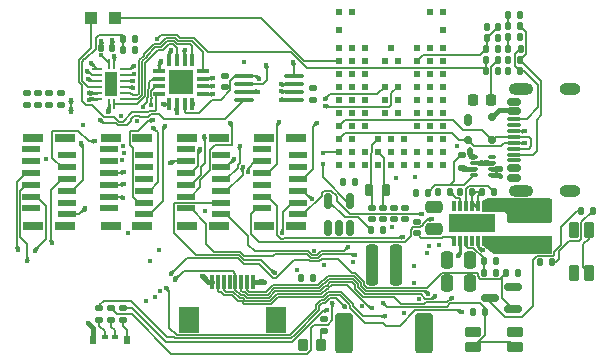
<source format=gbr>
%TF.GenerationSoftware,KiCad,Pcbnew,9.0.4*%
%TF.CreationDate,2025-09-08T17:38:28-04:00*%
%TF.ProjectId,CPU1-NRF5340-uBlox-NORA,43505531-2d4e-4524-9635-3334302d7542,A*%
%TF.SameCoordinates,Original*%
%TF.FileFunction,Copper,L1,Top*%
%TF.FilePolarity,Positive*%
%FSLAX46Y46*%
G04 Gerber Fmt 4.6, Leading zero omitted, Abs format (unit mm)*
G04 Created by KiCad (PCBNEW 9.0.4) date 2025-09-08 17:38:28*
%MOMM*%
%LPD*%
G01*
G04 APERTURE LIST*
G04 Aperture macros list*
%AMRoundRect*
0 Rectangle with rounded corners*
0 $1 Rounding radius*
0 $2 $3 $4 $5 $6 $7 $8 $9 X,Y pos of 4 corners*
0 Add a 4 corners polygon primitive as box body*
4,1,4,$2,$3,$4,$5,$6,$7,$8,$9,$2,$3,0*
0 Add four circle primitives for the rounded corners*
1,1,$1+$1,$2,$3*
1,1,$1+$1,$4,$5*
1,1,$1+$1,$6,$7*
1,1,$1+$1,$8,$9*
0 Add four rect primitives between the rounded corners*
20,1,$1+$1,$2,$3,$4,$5,0*
20,1,$1+$1,$4,$5,$6,$7,0*
20,1,$1+$1,$6,$7,$8,$9,0*
20,1,$1+$1,$8,$9,$2,$3,0*%
G04 Aperture macros list end*
%TA.AperFunction,SMDPad,CuDef*%
%ADD10RoundRect,0.250000X-0.250000X-1.500000X0.250000X-1.500000X0.250000X1.500000X-0.250000X1.500000X0*%
%TD*%
%TA.AperFunction,SMDPad,CuDef*%
%ADD11RoundRect,0.250001X-0.499999X-1.449999X0.499999X-1.449999X0.499999X1.449999X-0.499999X1.449999X0*%
%TD*%
%TA.AperFunction,SMDPad,CuDef*%
%ADD12RoundRect,0.135000X-0.135000X-0.185000X0.135000X-0.185000X0.135000X0.185000X-0.135000X0.185000X0*%
%TD*%
%TA.AperFunction,SMDPad,CuDef*%
%ADD13RoundRect,0.140000X-0.170000X0.140000X-0.170000X-0.140000X0.170000X-0.140000X0.170000X0.140000X0*%
%TD*%
%TA.AperFunction,SMDPad,CuDef*%
%ADD14RoundRect,0.147500X-0.147500X-0.172500X0.147500X-0.172500X0.147500X0.172500X-0.147500X0.172500X0*%
%TD*%
%TA.AperFunction,SMDPad,CuDef*%
%ADD15RoundRect,0.140000X0.170000X-0.140000X0.170000X0.140000X-0.170000X0.140000X-0.170000X-0.140000X0*%
%TD*%
%TA.AperFunction,SMDPad,CuDef*%
%ADD16RoundRect,0.135000X0.135000X0.185000X-0.135000X0.185000X-0.135000X-0.185000X0.135000X-0.185000X0*%
%TD*%
%TA.AperFunction,SMDPad,CuDef*%
%ADD17RoundRect,0.150000X0.150000X-0.512500X0.150000X0.512500X-0.150000X0.512500X-0.150000X-0.512500X0*%
%TD*%
%TA.AperFunction,SMDPad,CuDef*%
%ADD18RoundRect,0.150000X0.425000X-0.150000X0.425000X0.150000X-0.425000X0.150000X-0.425000X-0.150000X0*%
%TD*%
%TA.AperFunction,SMDPad,CuDef*%
%ADD19RoundRect,0.075000X0.500000X-0.075000X0.500000X0.075000X-0.500000X0.075000X-0.500000X-0.075000X0*%
%TD*%
%TA.AperFunction,HeatsinkPad*%
%ADD20O,2.100000X1.000000*%
%TD*%
%TA.AperFunction,HeatsinkPad*%
%ADD21O,1.800000X1.000000*%
%TD*%
%TA.AperFunction,ComponentPad*%
%ADD22R,1.000000X1.000000*%
%TD*%
%TA.AperFunction,SMDPad,CuDef*%
%ADD23RoundRect,0.250000X-0.475000X0.250000X-0.475000X-0.250000X0.475000X-0.250000X0.475000X0.250000X0*%
%TD*%
%TA.AperFunction,SMDPad,CuDef*%
%ADD24RoundRect,0.250000X0.250000X0.475000X-0.250000X0.475000X-0.250000X-0.475000X0.250000X-0.475000X0*%
%TD*%
%TA.AperFunction,SMDPad,CuDef*%
%ADD25RoundRect,0.100000X-0.712500X-0.100000X0.712500X-0.100000X0.712500X0.100000X-0.712500X0.100000X0*%
%TD*%
%TA.AperFunction,SMDPad,CuDef*%
%ADD26R,0.300000X1.300000*%
%TD*%
%TA.AperFunction,SMDPad,CuDef*%
%ADD27R,1.800000X2.200000*%
%TD*%
%TA.AperFunction,SMDPad,CuDef*%
%ADD28R,1.500000X0.600000*%
%TD*%
%TA.AperFunction,SMDPad,CuDef*%
%ADD29R,1.800000X0.800000*%
%TD*%
%TA.AperFunction,SMDPad,CuDef*%
%ADD30RoundRect,0.062500X-0.062500X-0.350000X0.062500X-0.350000X0.062500X0.350000X-0.062500X0.350000X0*%
%TD*%
%TA.AperFunction,SMDPad,CuDef*%
%ADD31RoundRect,0.062500X-0.350000X-0.062500X0.350000X-0.062500X0.350000X0.062500X-0.350000X0.062500X0*%
%TD*%
%TA.AperFunction,HeatsinkPad*%
%ADD32R,1.000000X2.000000*%
%TD*%
%TA.AperFunction,SMDPad,CuDef*%
%ADD33RoundRect,0.135000X0.185000X-0.135000X0.185000X0.135000X-0.185000X0.135000X-0.185000X-0.135000X0*%
%TD*%
%TA.AperFunction,SMDPad,CuDef*%
%ADD34RoundRect,0.135000X0.315000X-0.565000X0.315000X0.565000X-0.315000X0.565000X-0.315000X-0.565000X0*%
%TD*%
%TA.AperFunction,SMDPad,CuDef*%
%ADD35RoundRect,0.225000X0.225000X0.250000X-0.225000X0.250000X-0.225000X-0.250000X0.225000X-0.250000X0*%
%TD*%
%TA.AperFunction,SMDPad,CuDef*%
%ADD36RoundRect,0.050000X-0.285000X-0.100000X0.285000X-0.100000X0.285000X0.100000X-0.285000X0.100000X0*%
%TD*%
%TA.AperFunction,SMDPad,CuDef*%
%ADD37RoundRect,0.140000X0.140000X0.170000X-0.140000X0.170000X-0.140000X-0.170000X0.140000X-0.170000X0*%
%TD*%
%TA.AperFunction,SMDPad,CuDef*%
%ADD38RoundRect,0.150000X0.150000X0.400000X-0.150000X0.400000X-0.150000X-0.400000X0.150000X-0.400000X0*%
%TD*%
%TA.AperFunction,SMDPad,CuDef*%
%ADD39RoundRect,0.225000X0.225000X0.275000X-0.225000X0.275000X-0.225000X-0.275000X0.225000X-0.275000X0*%
%TD*%
%TA.AperFunction,SMDPad,CuDef*%
%ADD40RoundRect,0.135000X-0.565000X-0.315000X0.565000X-0.315000X0.565000X0.315000X-0.565000X0.315000X0*%
%TD*%
%TA.AperFunction,SMDPad,CuDef*%
%ADD41RoundRect,0.135000X-0.185000X0.135000X-0.185000X-0.135000X0.185000X-0.135000X0.185000X0.135000X0*%
%TD*%
%TA.AperFunction,SMDPad,CuDef*%
%ADD42RoundRect,0.150000X0.587500X0.150000X-0.587500X0.150000X-0.587500X-0.150000X0.587500X-0.150000X0*%
%TD*%
%TA.AperFunction,SMDPad,CuDef*%
%ADD43RoundRect,0.140000X-0.140000X-0.170000X0.140000X-0.170000X0.140000X0.170000X-0.140000X0.170000X0*%
%TD*%
%TA.AperFunction,SMDPad,CuDef*%
%ADD44R,0.300000X0.850000*%
%TD*%
%TA.AperFunction,SMDPad,CuDef*%
%ADD45R,4.000000X1.580000*%
%TD*%
%TA.AperFunction,SMDPad,CuDef*%
%ADD46R,3.700000X1.200000*%
%TD*%
%TA.AperFunction,SMDPad,CuDef*%
%ADD47RoundRect,0.175000X-0.175000X-0.325000X0.175000X-0.325000X0.175000X0.325000X-0.175000X0.325000X0*%
%TD*%
%TA.AperFunction,SMDPad,CuDef*%
%ADD48RoundRect,0.150000X-0.200000X-0.150000X0.200000X-0.150000X0.200000X0.150000X-0.200000X0.150000X0*%
%TD*%
%TA.AperFunction,SMDPad,CuDef*%
%ADD49R,0.600000X0.600000*%
%TD*%
%TA.AperFunction,SMDPad,CuDef*%
%ADD50R,0.550000X0.780000*%
%TD*%
%TA.AperFunction,SMDPad,CuDef*%
%ADD51R,0.550000X0.340000*%
%TD*%
%TA.AperFunction,SMDPad,CuDef*%
%ADD52RoundRect,0.087500X0.425000X0.087500X-0.425000X0.087500X-0.425000X-0.087500X0.425000X-0.087500X0*%
%TD*%
%TA.AperFunction,SMDPad,CuDef*%
%ADD53RoundRect,0.087500X0.087500X0.425000X-0.087500X0.425000X-0.087500X-0.425000X0.087500X-0.425000X0*%
%TD*%
%TA.AperFunction,HeatsinkPad*%
%ADD54R,2.100000X2.100000*%
%TD*%
%TA.AperFunction,ViaPad*%
%ADD55C,0.450000*%
%TD*%
%TA.AperFunction,Conductor*%
%ADD56C,0.127000*%
%TD*%
%TA.AperFunction,Conductor*%
%ADD57C,0.250000*%
%TD*%
%TA.AperFunction,Conductor*%
%ADD58C,0.381000*%
%TD*%
%TA.AperFunction,Conductor*%
%ADD59C,0.500000*%
%TD*%
G04 APERTURE END LIST*
D10*
%TO.P,J3,1,Pin_1*%
%TO.N,/VBAT*%
X136150000Y-96550000D03*
%TO.P,J3,2,Pin_2*%
%TO.N,GND*%
X138150000Y-96550000D03*
D11*
%TO.P,J3,MP*%
%TO.N,N/C*%
X133800000Y-102300000D03*
X140500000Y-102300000D03*
%TD*%
D12*
%TO.P,R29,1*%
%TO.N,+3.3V*%
X144690000Y-100550000D03*
%TO.P,R29,2*%
%TO.N,/USER*%
X145710000Y-100550000D03*
%TD*%
D13*
%TO.P,C7,1*%
%TO.N,/XL2*%
X137025000Y-91720000D03*
%TO.P,C7,2*%
%TO.N,GND*%
X137025000Y-92680000D03*
%TD*%
D14*
%TO.P,D1,1,K*%
%TO.N,+3.3V*%
X145832500Y-76375000D03*
%TO.P,D1,2,A*%
%TO.N,/RESET*%
X146802500Y-76375000D03*
%TD*%
D15*
%TO.P,C10,1*%
%TO.N,/VBAT*%
X138900000Y-92680000D03*
%TO.P,C10,2*%
%TO.N,GND*%
X138900000Y-91720000D03*
%TD*%
D16*
%TO.P,R17,1*%
%TO.N,/PSMODE*%
X142760000Y-90400000D03*
%TO.P,R17,2*%
%TO.N,GND*%
X141740000Y-90400000D03*
%TD*%
D17*
%TO.P,U5,1,STAT*%
%TO.N,Net-(U5-STAT)*%
X132387500Y-93387500D03*
%TO.P,U5,2,V_{SS}*%
%TO.N,GND*%
X133337500Y-93387500D03*
%TO.P,U5,3,V_{BAT}*%
%TO.N,/VBAT*%
X134287500Y-93387500D03*
%TO.P,U5,4,V_{DD}*%
%TO.N,/VBUS*%
X134287500Y-91112500D03*
%TO.P,U5,5,PROG*%
%TO.N,Net-(U5-PROG)*%
X132387500Y-91112500D03*
%TD*%
D18*
%TO.P,J1,A1,GND*%
%TO.N,GND*%
X148145000Y-89160000D03*
%TO.P,J1,A4,VBUS*%
%TO.N,/VBUS*%
X148145000Y-88360000D03*
D19*
%TO.P,J1,A5,CC1*%
%TO.N,Net-(J1-CC1)*%
X148145000Y-87210000D03*
%TO.P,J1,A6,D+*%
%TO.N,/DP*%
X148145000Y-86210000D03*
%TO.P,J1,A7,D-*%
%TO.N,/DM*%
X148145000Y-85710000D03*
%TO.P,J1,A8,SBU1*%
%TO.N,unconnected-(J1-SBU1-PadA8)*%
X148145000Y-84710000D03*
D18*
%TO.P,J1,A9,VBUS*%
%TO.N,/VBUS*%
X148145000Y-83560000D03*
%TO.P,J1,A12,GND*%
%TO.N,GND*%
X148145000Y-82760000D03*
%TO.P,J1,B1,GND*%
X148145000Y-82760000D03*
%TO.P,J1,B4,VBUS*%
%TO.N,/VBUS*%
X148145000Y-83560000D03*
D19*
%TO.P,J1,B5,CC2*%
%TO.N,Net-(J1-CC2)*%
X148145000Y-84210000D03*
%TO.P,J1,B6,D+*%
%TO.N,/DP*%
X148145000Y-85210000D03*
%TO.P,J1,B7,D-*%
%TO.N,/DM*%
X148145000Y-86710000D03*
%TO.P,J1,B8,SBU2*%
%TO.N,unconnected-(J1-SBU2-PadB8)*%
X148145000Y-87710000D03*
D18*
%TO.P,J1,B9,VBUS*%
%TO.N,/VBUS*%
X148145000Y-88360000D03*
%TO.P,J1,B12,GND*%
%TO.N,GND*%
X148145000Y-89160000D03*
D20*
%TO.P,J1,S1,SHIELD*%
X148720000Y-90280000D03*
D21*
X152900000Y-90280000D03*
D20*
X148720000Y-81640000D03*
D21*
X152900000Y-81640000D03*
%TD*%
D16*
%TO.P,R9,1*%
%TO.N,Net-(J1-CC2)*%
X148710000Y-78250000D03*
%TO.P,R9,2*%
%TO.N,/CC2*%
X147690000Y-78250000D03*
%TD*%
%TO.P,R23,1*%
%TO.N,Net-(D3-A)*%
X151360000Y-96350000D03*
%TO.P,R23,2*%
%TO.N,+3.3V*%
X150340000Y-96350000D03*
%TD*%
D22*
%TO.P,TP1,1,1*%
%TO.N,Net-(U2-IO7)*%
X112360000Y-75621000D03*
%TD*%
D23*
%TO.P,C13,1*%
%TO.N,/SYS*%
X141375000Y-91650000D03*
%TO.P,C13,2*%
%TO.N,GND*%
X141375000Y-93550000D03*
%TD*%
D24*
%TO.P,C14,1*%
%TO.N,+3.3V*%
X144400000Y-96150000D03*
%TO.P,C14,2*%
%TO.N,GND*%
X142500000Y-96150000D03*
%TD*%
D15*
%TO.P,C4,1*%
%TO.N,+3.3V*%
X131125000Y-82555000D03*
%TO.P,C4,2*%
%TO.N,GND*%
X131125000Y-81595000D03*
%TD*%
D25*
%TO.P,U3,1,SCL*%
%TO.N,/P1.09*%
X125337500Y-80600000D03*
%TO.P,U3,2,ALERT*%
%TO.N,/P1.11*%
X125337500Y-81250000D03*
%TO.P,U3,3,ADR0*%
%TO.N,GND*%
X125337500Y-81900000D03*
%TO.P,U3,4,VIN*%
%TO.N,Net-(U1-X)*%
X125337500Y-82550000D03*
%TO.P,U3,5,VA*%
%TO.N,+3.3V*%
X129562500Y-82550000D03*
%TO.P,U3,6,ADR1*%
%TO.N,GND*%
X129562500Y-81900000D03*
%TO.P,U3,7,GND*%
X129562500Y-81250000D03*
%TO.P,U3,8,SDA*%
%TO.N,/P1.10*%
X129562500Y-80600000D03*
%TD*%
D26*
%TO.P,J2,1,Pin_1*%
%TO.N,+3.3V*%
X122575000Y-97975000D03*
%TO.P,J2,2,Pin_2*%
%TO.N,/TxD*%
X123075000Y-97975000D03*
%TO.P,J2,3,Pin_3*%
%TO.N,/RxD*%
X123575000Y-97975000D03*
%TO.P,J2,4,Pin_4*%
%TO.N,unconnected-(J2-Pin_4-Pad4)*%
X124075000Y-97975000D03*
%TO.P,J2,5,Pin_5*%
%TO.N,/RESET*%
X124575000Y-97975000D03*
%TO.P,J2,6,Pin_6*%
%TO.N,/SWDCLK*%
X125075000Y-97975000D03*
%TO.P,J2,7,Pin_7*%
%TO.N,/SWDIO*%
X125575000Y-97975000D03*
%TO.P,J2,8,Pin_8*%
%TO.N,GND*%
X126075000Y-97975000D03*
D27*
%TO.P,J2,MP,MountPin*%
X120675000Y-101225000D03*
X127975000Y-101225000D03*
%TD*%
D28*
%TO.P,CON1,1,1*%
%TO.N,GND*%
X107300000Y-86775000D03*
%TO.P,CON1,2,2*%
%TO.N,+3.3V*%
X110300000Y-87275000D03*
%TO.P,CON1,3,3*%
%TO.N,/HK-ADC0*%
X107300000Y-87775000D03*
%TO.P,CON1,4,4*%
%TO.N,/AIN0*%
X110300000Y-88275000D03*
%TO.P,CON1,5,5*%
%TO.N,/AIN1*%
X107300000Y-88775000D03*
%TO.P,CON1,6,6*%
%TO.N,/AIN2*%
X110300000Y-89275000D03*
%TO.P,CON1,7,7*%
%TO.N,/AIN3*%
X107300000Y-89775000D03*
%TO.P,CON1,8,8*%
%TO.N,/AIN4*%
X110300000Y-90275000D03*
%TO.P,CON1,9,9*%
%TO.N,/AIN5*%
X107300000Y-90775000D03*
%TO.P,CON1,10,10*%
%TO.N,/AIN6*%
X110300000Y-91275000D03*
%TO.P,CON1,11,11*%
%TO.N,/AIN7*%
X107300000Y-91775000D03*
%TO.P,CON1,12,12*%
%TO.N,/P1.13*%
X110300000Y-92275000D03*
D29*
%TO.P,CON1,MP1,MP1*%
%TO.N,GND*%
X107450000Y-85775000D03*
%TO.P,CON1,MP2,MP2*%
X110150000Y-85775000D03*
%TO.P,CON1,MP3,MP3*%
X107450000Y-93275000D03*
%TO.P,CON1,MP4,MP4*%
X110150000Y-93275000D03*
%TD*%
D15*
%TO.P,C12,1*%
%TO.N,/VINA*%
X139925000Y-93855000D03*
%TO.P,C12,2*%
%TO.N,GND*%
X139925000Y-92895000D03*
%TD*%
D30*
%TO.P,U1,1,X4*%
%TO.N,/VBUSMON*%
X113825000Y-79562500D03*
D31*
%TO.P,U1,2,X6*%
%TO.N,/CC1*%
X112887500Y-80000000D03*
%TO.P,U1,3,X*%
%TO.N,Net-(U1-X)*%
X112887500Y-80500000D03*
%TO.P,U1,4,X7*%
%TO.N,/CC2*%
X112887500Y-81000000D03*
%TO.P,U1,5,X5*%
%TO.N,/VBATMON*%
X112887500Y-81500000D03*
%TO.P,U1,6,Inh*%
%TO.N,GND*%
X112887500Y-82000000D03*
%TO.P,U1,7,VEE*%
X112887500Y-82500000D03*
D30*
%TO.P,U1,8,VSS*%
X113825000Y-82937500D03*
%TO.P,U1,9,C*%
%TO.N,/HK-A2*%
X114325000Y-82937500D03*
D31*
%TO.P,U1,10,B*%
%TO.N,/HK-A1*%
X115262500Y-82500000D03*
%TO.P,U1,11,A*%
%TO.N,/HK-A0*%
X115262500Y-82000000D03*
%TO.P,U1,12,X3*%
%TO.N,/HK-ADC3*%
X115262500Y-81500000D03*
%TO.P,U1,13,X0*%
%TO.N,/HK-ADC0*%
X115262500Y-81000000D03*
%TO.P,U1,14,X1*%
%TO.N,/HK-ADC1*%
X115262500Y-80500000D03*
%TO.P,U1,15,X2*%
%TO.N,/HK-ADC2*%
X115262500Y-80000000D03*
D30*
%TO.P,U1,16,VDD*%
%TO.N,+3.3V*%
X114325000Y-79562500D03*
D32*
%TO.P,U1,17*%
%TO.N,N/C*%
X114075000Y-81250000D03*
%TD*%
D28*
%TO.P,CON3,1,1*%
%TO.N,GND*%
X120350000Y-86775000D03*
%TO.P,CON3,2,2*%
%TO.N,+3.3V*%
X123350000Y-87275000D03*
%TO.P,CON3,3,3*%
%TO.N,/HK-ADC2*%
X120350000Y-87775000D03*
%TO.P,CON3,4,4*%
%TO.N,/SPI-SCK*%
X123350000Y-88275000D03*
%TO.P,CON3,5,5*%
%TO.N,/SPI-CS*%
X120350000Y-88775000D03*
%TO.P,CON3,6,6*%
%TO.N,/SPI-MISO*%
X123350000Y-89275000D03*
%TO.P,CON3,7,7*%
%TO.N,/SPI-MOSI*%
X120350000Y-89775000D03*
%TO.P,CON3,8,8*%
%TO.N,/SPI-DCX*%
X123350000Y-90275000D03*
%TO.P,CON3,9,9*%
%TO.N,/P0.21*%
X120350000Y-90775000D03*
%TO.P,CON3,10,10*%
%TO.N,/P0.24*%
X123350000Y-91275000D03*
%TO.P,CON3,11,11*%
%TO.N,/P0.29*%
X120350000Y-91775000D03*
%TO.P,CON3,12,12*%
%TO.N,/P0.30*%
X123350000Y-92275000D03*
D29*
%TO.P,CON3,MP1,MP1*%
%TO.N,GND*%
X120500000Y-85775000D03*
%TO.P,CON3,MP2,MP2*%
X123200000Y-85775000D03*
%TO.P,CON3,MP3,MP3*%
X120500000Y-93275000D03*
%TO.P,CON3,MP4,MP4*%
X123200000Y-93275000D03*
%TD*%
D16*
%TO.P,R16,1*%
%TO.N,Net-(U6-PR1)*%
X140885000Y-90425000D03*
%TO.P,R16,2*%
%TO.N,GND*%
X139865000Y-90425000D03*
%TD*%
D33*
%TO.P,R26,1*%
%TO.N,Net-(D4-RK)*%
X115040000Y-101210000D03*
%TO.P,R26,2*%
%TO.N,/P1.15*%
X115040000Y-100190000D03*
%TD*%
D12*
%TO.P,R10,1*%
%TO.N,GND*%
X147665000Y-79200000D03*
%TO.P,R10,2*%
%TO.N,Net-(J1-CC1)*%
X148685000Y-79200000D03*
%TD*%
%TO.P,R8,1*%
%TO.N,/VBUSMON*%
X145790000Y-80150000D03*
%TO.P,R8,2*%
%TO.N,GND*%
X146810000Y-80150000D03*
%TD*%
D28*
%TO.P,CON2,1,1*%
%TO.N,GND*%
X113850000Y-86775000D03*
%TO.P,CON2,2,2*%
%TO.N,+3.3V*%
X116850000Y-87275000D03*
%TO.P,CON2,3,3*%
%TO.N,/HK-ADC1*%
X113850000Y-87775000D03*
%TO.P,CON2,4,4*%
%TO.N,/SCL*%
X116850000Y-88275000D03*
%TO.P,CON2,5,5*%
%TO.N,/SDA*%
X113850000Y-88775000D03*
%TO.P,CON2,6,6*%
%TO.N,/P1.00*%
X116850000Y-89275000D03*
%TO.P,CON2,7,7*%
%TO.N,/P1.01*%
X113850000Y-89775000D03*
%TO.P,CON2,8,8*%
%TO.N,/P1.04*%
X116850000Y-90275000D03*
%TO.P,CON2,9,9*%
%TO.N,/P1.05*%
X113850000Y-90775000D03*
%TO.P,CON2,10,10*%
%TO.N,/P1.06*%
X116850000Y-91275000D03*
%TO.P,CON2,11,11*%
%TO.N,/P1.07*%
X113850000Y-91775000D03*
%TO.P,CON2,12,12*%
%TO.N,/P1.08*%
X116850000Y-92275000D03*
D29*
%TO.P,CON2,MP1,MP1*%
%TO.N,GND*%
X114000000Y-85775000D03*
%TO.P,CON2,MP2,MP2*%
X116700000Y-85775000D03*
%TO.P,CON2,MP3,MP3*%
X114000000Y-93275000D03*
%TO.P,CON2,MP4,MP4*%
X116700000Y-93275000D03*
%TD*%
D24*
%TO.P,C16,1*%
%TO.N,+3.3V*%
X144425000Y-98125000D03*
%TO.P,C16,2*%
%TO.N,GND*%
X142525000Y-98125000D03*
%TD*%
D34*
%TO.P,SW1,1,A*%
%TO.N,/RESET*%
X154510000Y-97221000D03*
%TO.P,SW1,2,B*%
X154510000Y-93621000D03*
%TO.P,SW1,3,A*%
%TO.N,GND*%
X153210000Y-93621000D03*
%TO.P,SW1,4,B*%
X153210000Y-97221000D03*
%TD*%
D15*
%TO.P,C3,1*%
%TO.N,+3.3V*%
X123650000Y-81480000D03*
%TO.P,C3,2*%
%TO.N,GND*%
X123650000Y-80520000D03*
%TD*%
D35*
%TO.P,C5,1*%
%TO.N,/VBUS*%
X146250000Y-82575000D03*
%TO.P,C5,2*%
%TO.N,GND*%
X144700000Y-82575000D03*
%TD*%
D36*
%TO.P,U6,1,GND*%
%TO.N,GND*%
X144785000Y-87412500D03*
%TO.P,U6,2,VOUT*%
%TO.N,/SYS*%
X144785000Y-87912500D03*
%TO.P,U6,3,VIN1*%
%TO.N,/VBUS*%
X144785000Y-88412500D03*
%TO.P,U6,4,PR1*%
%TO.N,Net-(U6-PR1)*%
X144785000Y-88912500D03*
%TO.P,U6,5,MODE*%
%TO.N,/VBUS*%
X146265000Y-88912500D03*
%TO.P,U6,6,VIN2*%
%TO.N,/VBAT*%
X146265000Y-88412500D03*
%TO.P,U6,7,VOUT*%
%TO.N,/SYS*%
X146265000Y-87912500D03*
%TO.P,U6,8,ST*%
%TO.N,unconnected-(U6-ST-Pad8)*%
X146265000Y-87412500D03*
%TD*%
D16*
%TO.P,R18,1*%
%TO.N,/PSEN*%
X146460000Y-90400000D03*
%TO.P,R18,2*%
%TO.N,/SYS*%
X145440000Y-90400000D03*
%TD*%
D12*
%TO.P,R21,1*%
%TO.N,/FB*%
X145590000Y-97200000D03*
%TO.P,R21,2*%
%TO.N,GND*%
X146610000Y-97200000D03*
%TD*%
D33*
%TO.P,R14,1*%
%TO.N,/HK-ADC3*%
X109775000Y-83035000D03*
%TO.P,R14,2*%
%TO.N,GND*%
X109775000Y-82015000D03*
%TD*%
D37*
%TO.P,C11,1*%
%TO.N,/SYS*%
X144580000Y-90400000D03*
%TO.P,C11,2*%
%TO.N,GND*%
X143620000Y-90400000D03*
%TD*%
D38*
%TO.P,Y1,1,1*%
%TO.N,/XL2*%
X137300000Y-90175000D03*
%TO.P,Y1,2,2*%
%TO.N,/XL1*%
X135900000Y-90175000D03*
%TD*%
D33*
%TO.P,R19,1*%
%TO.N,/VBUS*%
X143725000Y-88310000D03*
%TO.P,R19,2*%
%TO.N,Net-(U6-PR1)*%
X143725000Y-87290000D03*
%TD*%
D12*
%TO.P,R11,1*%
%TO.N,GND*%
X147665000Y-80150000D03*
%TO.P,R11,2*%
%TO.N,Net-(J1-CC2)*%
X148685000Y-80150000D03*
%TD*%
D13*
%TO.P,C9,1*%
%TO.N,/VBUS*%
X137975000Y-91720000D03*
%TO.P,C9,2*%
%TO.N,GND*%
X137975000Y-92680000D03*
%TD*%
D33*
%TO.P,R12,1*%
%TO.N,/HK-ADC0*%
X106925000Y-83035000D03*
%TO.P,R12,2*%
%TO.N,GND*%
X106925000Y-82015000D03*
%TD*%
D39*
%TO.P,D5,1,K*%
%TO.N,Net-(D5-K)*%
X131852500Y-103372500D03*
%TO.P,D5,2,A*%
%TO.N,/VBUS*%
X130252500Y-103372500D03*
%TD*%
D16*
%TO.P,R7,1*%
%TO.N,/VBUS*%
X146810000Y-79200000D03*
%TO.P,R7,2*%
%TO.N,/VBUSMON*%
X145790000Y-79200000D03*
%TD*%
D40*
%TO.P,SW2,1,A*%
%TO.N,/USER*%
X144675000Y-103512500D03*
%TO.P,SW2,2,B*%
X148275000Y-103512500D03*
%TO.P,SW2,3,A*%
%TO.N,GND*%
X148275000Y-102212500D03*
%TO.P,SW2,4,B*%
X144675000Y-102212500D03*
%TD*%
D16*
%TO.P,R5,1*%
%TO.N,/VBAT*%
X116085000Y-78400000D03*
%TO.P,R5,2*%
%TO.N,/VBATMON*%
X115065000Y-78400000D03*
%TD*%
%TO.P,R22,1*%
%TO.N,+3.3V*%
X146610000Y-96250000D03*
%TO.P,R22,2*%
%TO.N,/FB*%
X145590000Y-96250000D03*
%TD*%
D33*
%TO.P,R25,1*%
%TO.N,Net-(D4-BK)*%
X113025000Y-101210000D03*
%TO.P,R25,2*%
%TO.N,/P1.12*%
X113025000Y-100190000D03*
%TD*%
D41*
%TO.P,R28,1*%
%TO.N,Net-(U5-STAT)*%
X132075000Y-101140000D03*
%TO.P,R28,2*%
%TO.N,Net-(D5-K)*%
X132075000Y-102160000D03*
%TD*%
D12*
%TO.P,R4,1*%
%TO.N,/CC1*%
X147665000Y-75400000D03*
%TO.P,R4,2*%
%TO.N,GND*%
X148685000Y-75400000D03*
%TD*%
%TO.P,R20,1*%
%TO.N,Net-(U5-PROG)*%
X136040000Y-93625000D03*
%TO.P,R20,2*%
%TO.N,GND*%
X137060000Y-93625000D03*
%TD*%
D37*
%TO.P,C2,1*%
%TO.N,+3.3V*%
X114155000Y-78150000D03*
%TO.P,C2,2*%
%TO.N,GND*%
X113195000Y-78150000D03*
%TD*%
D16*
%TO.P,R3,1*%
%TO.N,Net-(J1-CC1)*%
X148685000Y-76350000D03*
%TO.P,R3,2*%
%TO.N,/CC1*%
X147665000Y-76350000D03*
%TD*%
D42*
%TO.P,Q1,1,G*%
%TO.N,/DISPON*%
X148037500Y-100325000D03*
%TO.P,Q1,2,S*%
%TO.N,GND*%
X148037500Y-98425000D03*
%TO.P,Q1,3,D*%
%TO.N,Net-(D3-K)*%
X146162500Y-99375000D03*
%TD*%
D16*
%TO.P,R6,1*%
%TO.N,+3.3V*%
X146810000Y-78250000D03*
%TO.P,R6,2*%
%TO.N,/RESET*%
X145790000Y-78250000D03*
%TD*%
D12*
%TO.P,R2,1*%
%TO.N,/CC2*%
X147665000Y-77300000D03*
%TO.P,R2,2*%
%TO.N,GND*%
X148685000Y-77300000D03*
%TD*%
D43*
%TO.P,C15,1*%
%TO.N,+3.3V*%
X130145000Y-97700000D03*
%TO.P,C15,2*%
%TO.N,GND*%
X131105000Y-97700000D03*
%TD*%
D22*
%TO.P,TP2,1,1*%
%TO.N,/P0.31*%
X114360000Y-75621000D03*
%TD*%
D44*
%TO.P,U7,1,VINA*%
%TO.N,/VINA*%
X143110000Y-94496000D03*
%TO.P,U7,2,GND*%
%TO.N,GND*%
X143610000Y-94496000D03*
%TO.P,U7,3,FB*%
%TO.N,/FB*%
X144110000Y-94496000D03*
%TO.P,U7,4,VOUT*%
%TO.N,+3.3V*%
X144610000Y-94496000D03*
%TO.P,U7,5,VOUT__1*%
X145110000Y-94496000D03*
%TO.P,U7,6,LX2*%
%TO.N,/LX2*%
X145610000Y-94496000D03*
%TO.P,U7,7,LX2__1*%
X146110000Y-94496000D03*
%TO.P,U7,8,LX1*%
%TO.N,/LX1*%
X146110000Y-91546000D03*
%TO.P,U7,9,LX1__1*%
X145610000Y-91546000D03*
%TO.P,U7,10,VIN*%
%TO.N,/SYS*%
X145110000Y-91546000D03*
%TO.P,U7,11,VIN__1*%
X144610000Y-91546000D03*
%TO.P,U7,12,EN*%
%TO.N,/PSEN*%
X144110000Y-91546000D03*
%TO.P,U7,13,PS/SYNC*%
%TO.N,/PSMODE*%
X143610000Y-91546000D03*
%TO.P,U7,14,PGOOD*%
%TO.N,/PGOOD*%
X143110000Y-91546000D03*
D45*
%TO.P,U7,15,PGND*%
%TO.N,GND*%
X144610000Y-93021000D03*
%TD*%
D28*
%TO.P,CON4,1,1*%
%TO.N,GND*%
X126850000Y-86775000D03*
%TO.P,CON4,2,2*%
%TO.N,+3.3V*%
X129850000Y-87275000D03*
%TO.P,CON4,3,3*%
%TO.N,/HK-ADC3*%
X126850000Y-87775000D03*
%TO.P,CON4,4,4*%
%TO.N,/QSPI-SCK*%
X129850000Y-88275000D03*
%TO.P,CON4,5,5*%
%TO.N,/QSPI-CSN*%
X126850000Y-88775000D03*
%TO.P,CON4,6,6*%
%TO.N,/QSPI-IO0*%
X129850000Y-89275000D03*
%TO.P,CON4,7,7*%
%TO.N,/QSPI-IO1*%
X126850000Y-89775000D03*
%TO.P,CON4,8,8*%
%TO.N,/QSPI-IO2*%
X129850000Y-90275000D03*
%TO.P,CON4,9,9*%
%TO.N,/P0.02-NFC1*%
X126850000Y-90775000D03*
%TO.P,CON4,10,10*%
%TO.N,/P0.03-NFC2*%
X129850000Y-91275000D03*
%TO.P,CON4,11,11*%
%TO.N,/QSPI-IO3*%
X126850000Y-91775000D03*
%TO.P,CON4,12,12*%
%TO.N,/P0.19*%
X129850000Y-92275000D03*
D29*
%TO.P,CON4,MP1,MP1*%
%TO.N,GND*%
X127000000Y-85775000D03*
%TO.P,CON4,MP2,MP2*%
X129700000Y-85775000D03*
%TO.P,CON4,MP3,MP3*%
X127000000Y-93275000D03*
%TO.P,CON4,MP4,MP4*%
X129700000Y-93275000D03*
%TD*%
D46*
%TO.P,L1,1,1*%
%TO.N,/LX1*%
X149510000Y-92221000D03*
%TO.P,L1,2,2*%
%TO.N,/LX2*%
X149510000Y-95021000D03*
%TD*%
D37*
%TO.P,C6,1*%
%TO.N,+3.3V*%
X134655000Y-89550000D03*
%TO.P,C6,2*%
%TO.N,GND*%
X133695000Y-89550000D03*
%TD*%
D33*
%TO.P,R13,1*%
%TO.N,/HK-ADC1*%
X107875000Y-83035000D03*
%TO.P,R13,2*%
%TO.N,GND*%
X107875000Y-82015000D03*
%TD*%
D47*
%TO.P,D2,1,GND*%
%TO.N,GND*%
X144260000Y-84258500D03*
D48*
%TO.P,D2,2,I/O1*%
%TO.N,/DP*%
X144260000Y-85958500D03*
%TO.P,D2,3,I/O2*%
%TO.N,/DM*%
X146260000Y-85958500D03*
%TO.P,D2,4,VCC*%
%TO.N,/VBUS*%
X146260000Y-84058500D03*
%TD*%
D33*
%TO.P,R27,1*%
%TO.N,Net-(D4-GK)*%
X114025000Y-101210000D03*
%TO.P,R27,2*%
%TO.N,/P1.14*%
X114025000Y-100190000D03*
%TD*%
D49*
%TO.P,U4,A1,VSS*%
%TO.N,GND*%
X142150000Y-88075000D03*
%TO.P,U4,A2,P0.12/TRACECLK/DCX*%
%TO.N,/SPI-DCX*%
X141050000Y-88075000D03*
%TO.P,U4,A3,P1.03/TWI*%
%TO.N,/SCL*%
X139950000Y-88075000D03*
%TO.P,U4,A4,P1.00*%
%TO.N,/P1.00*%
X138850000Y-88075000D03*
%TO.P,U4,A5,P0.20*%
%TO.N,/TxD*%
X137750000Y-88075000D03*
%TO.P,U4,A6,NC*%
%TO.N,unconnected-(U4-NC-PadA6)*%
X136650000Y-88075000D03*
%TO.P,U4,A7,VDD*%
%TO.N,+3.3V*%
X135550000Y-88075000D03*
%TO.P,U4,A8,VDDH*%
X134450000Y-88075000D03*
%TO.P,U4,A9,VSS*%
%TO.N,GND*%
X133350000Y-88075000D03*
%TO.P,U4,B1,P0.08/TRACEDATA3/SCK*%
%TO.N,/SPI-SCK*%
X142150000Y-86975000D03*
%TO.P,U4,B2,VSS*%
%TO.N,GND*%
X141050000Y-86975000D03*
%TO.P,U4,B3,P0.11/TRACEDATA0/CSN*%
%TO.N,/SPI-CS*%
X139950000Y-86975000D03*
%TO.P,U4,B4,P1.02/TWI*%
%TO.N,/SDA*%
X138850000Y-86975000D03*
%TO.P,U4,B5,P0.03/NFC2*%
%TO.N,/P0.03-NFC2*%
X137750000Y-86975000D03*
%TO.P,U4,B6,P0.01/XL2*%
%TO.N,/XL2*%
X136650000Y-86975000D03*
%TO.P,U4,B7,VDD*%
%TO.N,+3.3V*%
X135550000Y-86975000D03*
%TO.P,U4,B8,VSS*%
%TO.N,GND*%
X134450000Y-86975000D03*
%TO.P,U4,B9,VBUS*%
%TO.N,unconnected-(U4-VBUS-PadB9)*%
X133350000Y-86975000D03*
%TO.P,U4,C1,P0.10/TRACEDATA1/MISO*%
%TO.N,/SPI-MISO*%
X142150000Y-85875000D03*
%TO.P,U4,C2,P0.09/TRACEDATA2/MOSI*%
%TO.N,/SPI-MOSI*%
X141050000Y-85875000D03*
%TO.P,U4,C4,P1.01*%
%TO.N,/P1.01*%
X138850000Y-85875000D03*
%TO.P,U4,C5,P0.02/NFC1*%
%TO.N,/P0.02-NFC1*%
X137750000Y-85875000D03*
%TO.P,U4,C6,P0.00/XL1*%
%TO.N,/XL1*%
X136650000Y-85875000D03*
%TO.P,U4,C8,P0.22*%
%TO.N,/RxD*%
X134450000Y-85875000D03*
%TO.P,U4,C9,USB_DP*%
%TO.N,/DP*%
X133350000Y-85875000D03*
%TO.P,U4,D1,P0.15/IO2*%
%TO.N,/QSPI-IO2*%
X142150000Y-84775000D03*
%TO.P,U4,D2,P0.13/IO0*%
%TO.N,/QSPI-IO0*%
X141050000Y-84775000D03*
%TO.P,U4,D3,P0.07/AIN3*%
%TO.N,/AIN3*%
X139950000Y-84775000D03*
%TO.P,U4,D7,P0.23*%
%TO.N,/USER*%
X135550000Y-84775000D03*
%TO.P,U4,D8,P0.04/AIN0*%
%TO.N,/AIN0*%
X134450000Y-84775000D03*
%TO.P,U4,D9,USB_DM*%
%TO.N,/DM*%
X133350000Y-84775000D03*
%TO.P,U4,E1,P0.18/CSN*%
%TO.N,/QSPI-CSN*%
X142150000Y-83675000D03*
%TO.P,U4,E2,P0.14/IO1*%
%TO.N,/QSPI-IO1*%
X141050000Y-83675000D03*
%TO.P,U4,E3,P0.21*%
%TO.N,/P0.21*%
X139950000Y-83675000D03*
%TO.P,U4,E4,VSS*%
%TO.N,GND*%
X138300000Y-83675000D03*
%TO.P,U4,E5,VSS*%
X137200000Y-83675000D03*
%TO.P,U4,E7,P0.06/AIN2*%
%TO.N,/AIN2*%
X135550000Y-83675000D03*
%TO.P,U4,E8,P0.05/AIN1*%
%TO.N,/AIN1*%
X134450000Y-83675000D03*
%TO.P,U4,E9,P1.05*%
%TO.N,/P1.05*%
X133350000Y-83675000D03*
%TO.P,U4,F1,P0.17/SCK*%
%TO.N,/QSPI-SCK*%
X142150000Y-82575000D03*
%TO.P,U4,F2,P0.16/IO3*%
%TO.N,/QSPI-IO3*%
X141050000Y-82575000D03*
%TO.P,U4,F3,P0.19*%
%TO.N,/P0.19*%
X139950000Y-82575000D03*
%TO.P,U4,F4,VSS*%
%TO.N,GND*%
X138300000Y-82575000D03*
%TO.P,U4,F5,VSS*%
X137200000Y-82575000D03*
%TO.P,U4,F7,P1.07*%
%TO.N,/P1.07*%
X135550000Y-82575000D03*
%TO.P,U4,F8,P1.14*%
%TO.N,/P1.14*%
X134450000Y-82575000D03*
%TO.P,U4,F9,P1.15*%
%TO.N,/P1.15*%
X133350000Y-82575000D03*
%TO.P,U4,G1,P1.06*%
%TO.N,/P1.06*%
X142150000Y-81475000D03*
%TO.P,U4,G2,P0.26/AIN5*%
%TO.N,/AIN5*%
X141050000Y-81475000D03*
%TO.P,U4,G3,P0.25/AIN4*%
%TO.N,/AIN4*%
X139950000Y-81475000D03*
%TO.P,U4,G4,P1.04*%
%TO.N,/P1.04*%
X138300000Y-81475000D03*
%TO.P,U4,G5,P1.08*%
%TO.N,/P1.08*%
X137200000Y-81475000D03*
%TO.P,U4,G7,P1.09*%
%TO.N,/P1.09*%
X135550000Y-81475000D03*
%TO.P,U4,G8,P1.12*%
%TO.N,/P1.12*%
X134450000Y-81475000D03*
%TO.P,U4,G9,P1.13*%
%TO.N,/P1.13*%
X133350000Y-81475000D03*
%TO.P,U4,H1,P0.24*%
%TO.N,/P0.24*%
X142150000Y-80375000D03*
%TO.P,U4,H2,SWDIO*%
%TO.N,/SWDIO*%
X141050000Y-80375000D03*
%TO.P,U4,H3,P0.27/AIN6*%
%TO.N,/AIN6*%
X139950000Y-80375000D03*
%TO.P,U4,H7,P0.29*%
%TO.N,/P0.29*%
X135550000Y-80375000D03*
%TO.P,U4,H8,P0.30*%
%TO.N,/P0.30*%
X134450000Y-80375000D03*
%TO.P,U4,H9,P1.11*%
%TO.N,/P1.11*%
X133350000Y-80375000D03*
%TO.P,U4,J1,NC*%
%TO.N,unconnected-(U4-NC-PadJ1)*%
X142150000Y-79275000D03*
%TO.P,U4,J2,SWDCLK*%
%TO.N,/SWDCLK*%
X141050000Y-79275000D03*
%TO.P,U4,J3,~{RESET}*%
%TO.N,/RESET*%
X139950000Y-79275000D03*
%TO.P,U4,J4,NC*%
%TO.N,unconnected-(U4-NC-PadJ4)*%
X138300000Y-79275000D03*
%TO.P,U4,J5,NC*%
%TO.N,unconnected-(U4-NC-PadJ5)*%
X137200000Y-79275000D03*
%TO.P,U4,J7,P1.10*%
%TO.N,/P1.10*%
X135550000Y-79275000D03*
%TO.P,U4,J8,P0.28/AIN7*%
%TO.N,/AIN7*%
X134450000Y-79275000D03*
%TO.P,U4,J9,P0.31*%
%TO.N,/P0.31*%
X133350000Y-79275000D03*
%TO.P,U4,K1,NC*%
%TO.N,unconnected-(U4-NC-PadK1)*%
X142150000Y-78175000D03*
%TO.P,U4,K2,VSS*%
%TO.N,GND*%
X141050000Y-78175000D03*
%TO.P,U4,K3,VSS*%
X139950000Y-78175000D03*
%TO.P,U4,K5,VSS*%
X137750000Y-78175000D03*
%TO.P,U4,K7,VSS*%
X135550000Y-78175000D03*
%TO.P,U4,K8,VSS*%
X134450000Y-78175000D03*
%TO.P,U4,K9,NC*%
%TO.N,unconnected-(U4-NC-PadK9)*%
X133350000Y-78175000D03*
%TO.P,U4,L1,VSS*%
%TO.N,GND*%
X142150000Y-76675000D03*
%TO.P,U4,L9,VSS*%
X133350000Y-76675000D03*
%TO.P,U4,M1,VSS*%
X142150000Y-75175000D03*
%TO.P,U4,M2,VSS*%
X141050000Y-75175000D03*
%TO.P,U4,M8,VSS*%
X134450000Y-75175000D03*
%TO.P,U4,M9,VSS*%
X133350000Y-75175000D03*
%TD*%
D12*
%TO.P,R1,1*%
%TO.N,/VBATMON*%
X115065000Y-77450000D03*
%TO.P,R1,2*%
%TO.N,GND*%
X116085000Y-77450000D03*
%TD*%
D33*
%TO.P,R15,1*%
%TO.N,/HK-ADC2*%
X108825000Y-83035000D03*
%TO.P,R15,2*%
%TO.N,GND*%
X108825000Y-82015000D03*
%TD*%
D43*
%TO.P,C1,1*%
%TO.N,/RESET*%
X145845000Y-77325000D03*
%TO.P,C1,2*%
%TO.N,GND*%
X146805000Y-77325000D03*
%TD*%
D14*
%TO.P,D3,1,K*%
%TO.N,Net-(D3-K)*%
X153842500Y-91971000D03*
%TO.P,D3,2,A*%
%TO.N,Net-(D3-A)*%
X154812500Y-91971000D03*
%TD*%
D13*
%TO.P,C8,1*%
%TO.N,/XL1*%
X136100000Y-91720000D03*
%TO.P,C8,2*%
%TO.N,GND*%
X136100000Y-92680000D03*
%TD*%
D50*
%TO.P,D4,1,A*%
%TO.N,+3.3V*%
X112500000Y-102920000D03*
D51*
%TO.P,D4,2,BK*%
%TO.N,Net-(D4-BK)*%
X113500000Y-102700000D03*
%TO.P,D4,3,GK*%
%TO.N,Net-(D4-GK)*%
X114350000Y-102700000D03*
D50*
%TO.P,D4,4,RK*%
%TO.N,Net-(D4-RK)*%
X115350000Y-102920000D03*
%TD*%
D12*
%TO.P,R24,1*%
%TO.N,/DISPON*%
X147465000Y-97200000D03*
%TO.P,R24,2*%
%TO.N,/PGOOD*%
X148485000Y-97200000D03*
%TD*%
D52*
%TO.P,U2,1,A0*%
%TO.N,GND*%
X121812500Y-82075000D03*
%TO.P,U2,2,A1*%
X121812500Y-81425000D03*
%TO.P,U2,3,A2*%
X121812500Y-80775000D03*
%TO.P,U2,4,IO0*%
%TO.N,/HK-A0*%
X121812500Y-80125000D03*
D53*
%TO.P,U2,5,IO1*%
%TO.N,/HK-A1*%
X120925000Y-79237500D03*
%TO.P,U2,6,VSS*%
%TO.N,GND*%
X120275000Y-79237500D03*
%TO.P,U2,7,IO2*%
%TO.N,/HK-A2*%
X119625000Y-79237500D03*
%TO.P,U2,8,IO3*%
%TO.N,/DISPON*%
X118975000Y-79237500D03*
D52*
%TO.P,U2,9,IO4*%
%TO.N,/PSMODE*%
X118087500Y-80125000D03*
%TO.P,U2,10,IO5*%
%TO.N,/PSEN*%
X118087500Y-80775000D03*
%TO.P,U2,11,IO6*%
%TO.N,/PGOOD*%
X118087500Y-81425000D03*
%TO.P,U2,12,IO7*%
%TO.N,Net-(U2-IO7)*%
X118087500Y-82075000D03*
D53*
%TO.P,U2,13,~{RESET}*%
%TO.N,/RESET*%
X118975000Y-82962500D03*
%TO.P,U2,14,VDD*%
%TO.N,+3.3V*%
X119625000Y-82962500D03*
%TO.P,U2,15,SCL*%
%TO.N,/P1.09*%
X120275000Y-82962500D03*
%TO.P,U2,16,SDA*%
%TO.N,/P1.10*%
X120925000Y-82962500D03*
D54*
%TO.P,U2,17*%
%TO.N,N/C*%
X119950000Y-81100000D03*
%TD*%
D55*
%TO.N,/VBUS*%
X132000000Y-88050000D03*
%TO.N,unconnected-(U4-VBUS-PadB9)*%
X132000000Y-87100000D03*
%TO.N,/VBUSMON*%
X117950000Y-77400000D03*
X113188105Y-78812000D03*
%TO.N,/PGOOD*%
X117396000Y-83057426D03*
%TO.N,/PSEN*%
X117300000Y-96250000D03*
X116747009Y-83203802D03*
%TO.N,/AIN7*%
X125323600Y-79349600D03*
X122021600Y-91998800D03*
%TO.N,/PSMODE*%
X118250000Y-79300000D03*
%TO.N,GND*%
X107425000Y-85800000D03*
X142150000Y-75175000D03*
X127000000Y-85775000D03*
X144450000Y-86850000D03*
X153225000Y-97200000D03*
X138150000Y-97900000D03*
X147675000Y-79200000D03*
X141050000Y-75175000D03*
X138875000Y-91725000D03*
X138150000Y-96550000D03*
X142150000Y-76675000D03*
X113195000Y-77600000D03*
X146275000Y-93575000D03*
X138300000Y-83675000D03*
X112150000Y-82550000D03*
X123200000Y-93275000D03*
X107300000Y-86775000D03*
X127000000Y-93275000D03*
X127975000Y-101250000D03*
X114025000Y-93275000D03*
X141725000Y-90400000D03*
X128400000Y-81250000D03*
X146275000Y-92500000D03*
X134450000Y-75175000D03*
X110125000Y-85800000D03*
X131100000Y-97700000D03*
X137025000Y-92700000D03*
X141050000Y-86975000D03*
X133325000Y-93400000D03*
X126850000Y-86775000D03*
X143625000Y-90382500D03*
X142925000Y-93550000D03*
X153225000Y-93650000D03*
X146800000Y-80150000D03*
X142500000Y-96150000D03*
X137750000Y-78169000D03*
X129700000Y-93275000D03*
X107450000Y-93275000D03*
X135550000Y-78169000D03*
X148700000Y-75425000D03*
X123200000Y-85775000D03*
X120700000Y-101250000D03*
X106900000Y-82000000D03*
X138300000Y-82575000D03*
X122650000Y-82100000D03*
X113875000Y-86800000D03*
X116100000Y-77425000D03*
X148275000Y-102250000D03*
X112150000Y-82000000D03*
X133725000Y-89550000D03*
X123650002Y-80520000D03*
X129725000Y-85800000D03*
X142925000Y-92450000D03*
X148025000Y-98425000D03*
X146625000Y-97225000D03*
X137075000Y-93650000D03*
X144675000Y-102275000D03*
X108825000Y-82000000D03*
X113975000Y-85775000D03*
X134450000Y-78169000D03*
X137200000Y-82575000D03*
X139925000Y-92900000D03*
X113821537Y-83600000D03*
X120475000Y-85775000D03*
X143400000Y-95800000D03*
X133350000Y-75175000D03*
X139875000Y-90425000D03*
X120500000Y-93275000D03*
X134450000Y-86975000D03*
X110175000Y-93275000D03*
X116675000Y-93275000D03*
X116700000Y-85775000D03*
X144700000Y-82575000D03*
X142525000Y-98125000D03*
X141025000Y-78169000D03*
X109775000Y-82014998D03*
X148700000Y-77300000D03*
X126450000Y-81900000D03*
X133350000Y-76675000D03*
X148026284Y-89176284D03*
X148025000Y-82775000D03*
X120375000Y-86800000D03*
X147675000Y-80175000D03*
X107850000Y-82000000D03*
X142925000Y-92975000D03*
X128400000Y-81850000D03*
X146275000Y-93100000D03*
X127000000Y-98000000D03*
X146825000Y-77325000D03*
X120275002Y-78350000D03*
X131125000Y-81600000D03*
X141375000Y-93550000D03*
X137200000Y-83675000D03*
X138150000Y-95375000D03*
X144600000Y-93000000D03*
X142150000Y-88075000D03*
X139950000Y-78169000D03*
X122650000Y-80750000D03*
X136100000Y-92700000D03*
X122650000Y-81425000D03*
X137950000Y-92700000D03*
X133325000Y-88075000D03*
X144250000Y-84275000D03*
%TO.N,+3.3V*%
X121775000Y-97465500D03*
X131125000Y-82525000D03*
X144700000Y-100550000D03*
%TO.N,Net-(U1-X)*%
X113131197Y-84281197D03*
%TO.N,+3.3V*%
X145850000Y-76400000D03*
X128400000Y-82550000D03*
X119649256Y-83659499D03*
%TO.N,Net-(U1-X)*%
X112000000Y-80150000D03*
%TO.N,+3.3V*%
X135549999Y-86975001D03*
X123650002Y-81480000D03*
X134700000Y-89550000D03*
X146625000Y-96250000D03*
X144425000Y-98125000D03*
X114150000Y-77550000D03*
X116825000Y-87300000D03*
X110275000Y-87275000D03*
X144625000Y-94500000D03*
X123350000Y-87325000D03*
X112050000Y-101475000D03*
X114300000Y-78900000D03*
X134450000Y-88075000D03*
X145525000Y-95325000D03*
X130150000Y-97725000D03*
X146850000Y-78250000D03*
X135550000Y-88050000D03*
X144400000Y-96150000D03*
X150325000Y-96375000D03*
X129849999Y-87274999D03*
%TO.N,/AIN5*%
X140098327Y-99461500D03*
X141050000Y-81475000D03*
X107625000Y-95350000D03*
%TO.N,/AIN2*%
X134483767Y-96322082D03*
X135550000Y-83675000D03*
X109014634Y-94694240D03*
%TO.N,/P1.13*%
X133350000Y-81475000D03*
X111850000Y-91776000D03*
X114898399Y-83927062D03*
%TO.N,/AIN6*%
X139950000Y-80375000D03*
X110300000Y-91275000D03*
X111650000Y-84725000D03*
%TO.N,/HK-ADC3*%
X115120619Y-87075095D03*
X109786304Y-83081000D03*
X115930517Y-81562774D03*
X125627722Y-88700500D03*
%TO.N,/AIN7*%
X134450000Y-79275000D03*
X107300000Y-91775000D03*
%TO.N,/AIN1*%
X106150000Y-95275000D03*
X132065500Y-96527549D03*
X134450000Y-83675000D03*
%TO.N,/AIN0*%
X112675000Y-86075000D03*
X134450000Y-84775000D03*
%TO.N,/AIN3*%
X139950000Y-84775000D03*
X138875906Y-100629007D03*
X106950000Y-96250000D03*
%TO.N,/AIN4*%
X111525000Y-86275000D03*
X139950000Y-81475000D03*
%TO.N,/P1.06*%
X117585478Y-84294426D03*
X142150000Y-81475000D03*
%TO.N,/P1.04*%
X117607358Y-84947062D03*
X132170821Y-83132997D03*
%TO.N,/P1.01*%
X138850000Y-85875000D03*
X115119000Y-89705604D03*
X115011092Y-86509012D03*
%TO.N,/P1.08*%
X132165532Y-82524000D03*
X118590358Y-84827036D03*
%TO.N,/P1.07*%
X135550000Y-82575000D03*
X135250000Y-100075000D03*
X116971203Y-99584500D03*
X113850000Y-91775000D03*
%TO.N,/SCL*%
X116850000Y-88275000D03*
X139950000Y-88075000D03*
X139719000Y-96650000D03*
X117796613Y-99259500D03*
%TO.N,/SDA*%
X138148687Y-89161999D03*
X115119000Y-88705257D03*
X138850000Y-86975000D03*
%TO.N,/P1.05*%
X133350000Y-83675000D03*
X116200000Y-84400000D03*
X115084614Y-90865257D03*
%TO.N,/HK-ADC2*%
X114966729Y-87631197D03*
X115950000Y-79750000D03*
X119025000Y-87900000D03*
X108825000Y-83050000D03*
%TO.N,/P0.30*%
X134111500Y-95039449D03*
X134450000Y-80375000D03*
%TO.N,/SPI-MISO*%
X142150000Y-85875000D03*
X124916453Y-86503500D03*
%TO.N,/SPI-CS*%
X139950000Y-86975000D03*
X121550000Y-86775000D03*
%TO.N,/SPI-DCX*%
X125180703Y-88285000D03*
X141050000Y-88075000D03*
%TO.N,/P0.21*%
X124113500Y-84522881D03*
X139950000Y-83675000D03*
%TO.N,/P0.29*%
X134678999Y-95723253D03*
X135550000Y-80375000D03*
%TO.N,/HK-ADC1*%
X113850000Y-87775000D03*
X107850000Y-83025000D03*
X108525000Y-87600000D03*
X116024416Y-80407760D03*
%TO.N,/SPI-MOSI*%
X121923976Y-85699127D03*
X141050000Y-85875000D03*
%TO.N,/P0.24*%
X141778553Y-94885253D03*
X127878661Y-97235983D03*
X142150000Y-80375000D03*
%TO.N,/SPI-SCK*%
X142150000Y-86975000D03*
X124450727Y-87607000D03*
%TO.N,/QSPI-IO3*%
X141175000Y-92675000D03*
X141050000Y-82575000D03*
%TO.N,/QSPI-SCK*%
X129850000Y-88275000D03*
X143303434Y-86525000D03*
X142150002Y-82575000D03*
%TO.N,/QSPI-IO1*%
X139743000Y-89148379D03*
X141050000Y-83675000D03*
X126850000Y-89775000D03*
%TO.N,/QSPI-IO2*%
X141000000Y-94950000D03*
X131234500Y-95337656D03*
X131052175Y-90935219D03*
X142150000Y-84775000D03*
%TO.N,/HK-ADC0*%
X115882027Y-80973493D03*
X110650000Y-83575000D03*
X110650000Y-82619500D03*
X106900000Y-83050000D03*
X107300000Y-87775000D03*
%TO.N,/P0.02-NFC1*%
X137750000Y-85875000D03*
X138737055Y-94189135D03*
%TO.N,/P0.19*%
X139950000Y-82575000D03*
X140325000Y-92257000D03*
%TO.N,/QSPI-CSN*%
X128294669Y-84461000D03*
X142150000Y-83675000D03*
%TO.N,/P0.03-NFC2*%
X128507000Y-93869222D03*
X137800000Y-93350000D03*
X137750000Y-86975000D03*
%TO.N,/DP*%
X149075000Y-86250000D03*
X149075000Y-85250000D03*
%TO.N,/VBUS*%
X143725000Y-88310000D03*
X130252500Y-103372500D03*
X146250000Y-82575000D03*
X134287500Y-91112500D03*
X148025000Y-88375000D03*
X147000000Y-89000000D03*
X148025000Y-83575000D03*
X137975000Y-91725000D03*
%TO.N,/VBAT*%
X134287499Y-93387499D03*
X147000000Y-88375000D03*
X115501503Y-93861560D03*
X116085000Y-78400000D03*
X136125000Y-96525000D03*
X138900000Y-92700000D03*
%TO.N,/DISPON*%
X119074691Y-78375309D03*
X119106000Y-97300000D03*
%TO.N,/CC2*%
X147665000Y-78250000D03*
X112114958Y-80812561D03*
%TO.N,/CC1*%
X147665000Y-76350000D03*
X112300000Y-79500000D03*
%TO.N,/PSEN*%
X146460000Y-90400000D03*
X129800000Y-97025000D03*
%TO.N,/PSMODE*%
X118100000Y-95250000D03*
X142760000Y-90400000D03*
X140750000Y-95525000D03*
%TO.N,/P1.15*%
X133350000Y-82575000D03*
X132319500Y-100380372D03*
%TO.N,/P1.14*%
X132775000Y-99750000D03*
X134450000Y-82575000D03*
%TO.N,/P1.12*%
X133874379Y-100137588D03*
X134450000Y-81475000D03*
%TO.N,/PGOOD*%
X143100000Y-91550000D03*
X148485000Y-97200000D03*
X143725000Y-100500000D03*
X118700000Y-98505500D03*
%TO.N,Net-(U5-STAT)*%
X132075000Y-101140000D03*
X132400000Y-93425000D03*
%TO.N,/RESET*%
X118432233Y-82938011D03*
X142900000Y-99325000D03*
X154510000Y-93621000D03*
X119425000Y-97800000D03*
X145815000Y-78250000D03*
%TO.N,/USER*%
X135550000Y-84775000D03*
X137065500Y-99790500D03*
%TO.N,/P1.09*%
X126596856Y-80784462D03*
X135550000Y-81475000D03*
%TO.N,/SYS*%
X145100000Y-91550000D03*
X145450000Y-90400000D03*
X141375000Y-91650000D03*
X145600000Y-87912500D03*
X144575000Y-90425000D03*
X144675000Y-91506105D03*
%TO.N,/P1.00*%
X116850000Y-89275000D03*
X118171539Y-98794000D03*
X138850000Y-88075000D03*
X139681532Y-98074266D03*
%TO.N,/QSPI-IO0*%
X131444540Y-84535000D03*
X141050000Y-84775000D03*
%TO.N,/SWDCLK*%
X141504444Y-99226643D03*
X141025000Y-79275000D03*
%TO.N,/RxD*%
X136150000Y-100225000D03*
X134450000Y-85875000D03*
%TO.N,/TxD*%
X137250000Y-100900000D03*
X137750000Y-88075000D03*
%TO.N,/SWDIO*%
X141050000Y-80375000D03*
X140900000Y-99019901D03*
%TO.N,/P1.10*%
X135550000Y-79275000D03*
X120950000Y-82939298D03*
X129475000Y-79379000D03*
%TO.N,/P1.11*%
X133350000Y-80375000D03*
X127175000Y-79650000D03*
%TD*%
D56*
%TO.N,/VBUS*%
X132250000Y-89400000D02*
X132000000Y-89150000D01*
X133962500Y-91112500D02*
X132250000Y-89400000D01*
X132000000Y-89150000D02*
X132000000Y-88050000D01*
X134287500Y-91112500D02*
X133962500Y-91112500D01*
%TO.N,unconnected-(U4-VBUS-PadB9)*%
X133350000Y-86975000D02*
X132125000Y-86975000D01*
X132125000Y-86975000D02*
X132000000Y-87100000D01*
%TO.N,/HK-A1*%
X120925000Y-78025000D02*
X120925000Y-79237500D01*
X119612178Y-77858500D02*
X120758500Y-77858500D01*
X119383487Y-77629809D02*
X119612178Y-77858500D01*
X118765895Y-77629809D02*
X119383487Y-77629809D01*
X118265304Y-78130400D02*
X118765895Y-77629809D01*
X120758500Y-77858500D02*
X120925000Y-78025000D01*
X117752204Y-78130400D02*
X118265304Y-78130400D01*
X117054500Y-78828104D02*
X117752204Y-78130400D01*
X116695500Y-79293402D02*
X117054500Y-78934402D01*
X116695500Y-80790972D02*
X116695500Y-79293402D01*
X116621500Y-82169078D02*
X116621500Y-80864972D01*
X117054500Y-78934402D02*
X117054500Y-78828104D01*
X116290578Y-82500000D02*
X116621500Y-82169078D01*
X116621500Y-80864972D02*
X116695500Y-80790972D01*
X115262500Y-82500000D02*
X116290578Y-82500000D01*
%TO.N,/HK-A0*%
X119717388Y-77604500D02*
X120904500Y-77604500D01*
X118160094Y-77876400D02*
X118660685Y-77375809D01*
X117646994Y-77876400D02*
X118160094Y-77876400D01*
X116800500Y-78722894D02*
X117646994Y-77876400D01*
X116800500Y-78829192D02*
X116800500Y-78722894D01*
X116441500Y-79188192D02*
X116800500Y-78829192D01*
X116441500Y-80685762D02*
X116441500Y-79188192D01*
X116367500Y-80759762D02*
X116441500Y-80685762D01*
X120904500Y-77604500D02*
X121812500Y-78512500D01*
X116367500Y-82063868D02*
X116367500Y-80759762D01*
X116243827Y-82187541D02*
X116367500Y-82063868D01*
X118660685Y-77375809D02*
X119488697Y-77375809D01*
X115862540Y-82187541D02*
X116243827Y-82187541D01*
X115674999Y-82000000D02*
X115862540Y-82187541D01*
X119488697Y-77375809D02*
X119717388Y-77604500D01*
X115262500Y-82000000D02*
X115674999Y-82000000D01*
%TO.N,/VBUSMON*%
X145523500Y-79883500D02*
X145790000Y-80150000D01*
X122209210Y-78500000D02*
X129275000Y-78500000D01*
X129275000Y-78500000D02*
X130658500Y-79883500D01*
X119860996Y-77350500D02*
X121059710Y-77350500D01*
X118228191Y-77121809D02*
X119632305Y-77121809D01*
X119632305Y-77121809D02*
X119860996Y-77350500D01*
%TO.N,/HK-A0*%
X121812500Y-78512500D02*
X121812500Y-80125000D01*
%TO.N,/VBUSMON*%
X121059710Y-77350500D02*
X122209210Y-78500000D01*
X117950000Y-77400000D02*
X118228191Y-77121809D01*
X130658500Y-79883500D02*
X145523500Y-79883500D01*
%TO.N,/VBATMON*%
X115065000Y-77130001D02*
X115065000Y-77450000D01*
X114993499Y-77058500D02*
X115065000Y-77130001D01*
X113041414Y-77058500D02*
X114993499Y-77058500D01*
X111766217Y-79150000D02*
X111823500Y-79150000D01*
X112723500Y-78250000D02*
X112723500Y-77376414D01*
X111550000Y-79366217D02*
X111766217Y-79150000D01*
X112723500Y-77376414D02*
X113041414Y-77058500D01*
X111550000Y-80942689D02*
X111550000Y-79366217D01*
X111823500Y-79150000D02*
X112723500Y-78250000D01*
X112107311Y-81500000D02*
X111550000Y-80942689D01*
X112887500Y-81500000D02*
X112107311Y-81500000D01*
%TO.N,/HK-A2*%
X116212288Y-82937500D02*
X114325000Y-82937500D01*
X116875500Y-82274288D02*
X116212288Y-82937500D01*
X116949500Y-81585090D02*
X116875500Y-81659090D01*
X118011870Y-78385400D02*
X116949500Y-79447770D01*
X118475580Y-78385400D02*
X118011870Y-78385400D01*
X116875500Y-81659090D02*
X116875500Y-82274288D01*
X118977171Y-77883809D02*
X118475580Y-78385400D01*
X119278277Y-77883809D02*
X118977171Y-77883809D01*
X119625000Y-78230532D02*
X119278277Y-77883809D01*
X119625000Y-79237500D02*
X119625000Y-78230532D01*
X116949500Y-79447770D02*
X116949500Y-81585090D01*
%TO.N,/HK-ADC2*%
X115750000Y-80000000D02*
X115262500Y-80000000D01*
X115950000Y-79800000D02*
X115750000Y-80000000D01*
X115950000Y-79750000D02*
X115950000Y-79800000D01*
%TO.N,/HK-ADC3*%
X115737773Y-81562774D02*
X115930517Y-81562774D01*
X115262500Y-81500000D02*
X115674999Y-81500000D01*
X115674999Y-81500000D02*
X115737773Y-81562774D01*
%TO.N,/HK-ADC1*%
X115932176Y-80500000D02*
X116024416Y-80407760D01*
X115262500Y-80500000D02*
X115932176Y-80500000D01*
%TO.N,/HK-ADC0*%
X115262500Y-81000000D02*
X115855520Y-81000000D01*
%TO.N,/PSEN*%
X116747009Y-83081367D02*
X116747009Y-83203802D01*
X117100000Y-82728376D02*
X116747009Y-83081367D01*
X117100000Y-82408998D02*
X117100000Y-82728376D01*
X117129500Y-82379498D02*
X117100000Y-82408998D01*
X117293741Y-81600059D02*
X117129500Y-81764300D01*
X117575001Y-80775000D02*
X117293741Y-81056260D01*
X117293741Y-81056260D02*
X117293741Y-81600059D01*
X118087500Y-80775000D02*
X117575001Y-80775000D01*
%TO.N,/PGOOD*%
X117383500Y-82484708D02*
X117383500Y-83044926D01*
X117383500Y-82280490D02*
X117485609Y-82382599D01*
X117383500Y-81869510D02*
X117383500Y-82280490D01*
X117547741Y-81708500D02*
X117544510Y-81708500D01*
X117544510Y-81708500D02*
X117383500Y-81869510D01*
X117485609Y-82382599D02*
X117383500Y-82484708D01*
X117547741Y-81705269D02*
X117547741Y-81708500D01*
X117828010Y-81425000D02*
X117547741Y-81705269D01*
X117383500Y-83044926D02*
X117396000Y-83057426D01*
%TO.N,/PSEN*%
X117129500Y-81764300D02*
X117129500Y-82379498D01*
%TO.N,/HK-ADC0*%
X115855520Y-81000000D02*
X115882027Y-80973493D01*
%TO.N,/DISPON*%
X118975000Y-78475000D02*
X119074691Y-78375309D01*
X118975000Y-79237500D02*
X118975000Y-78475000D01*
D57*
%TO.N,/PSMODE*%
X118087500Y-80125000D02*
X118087500Y-79462500D01*
X118087500Y-79462500D02*
X118250000Y-79300000D01*
D56*
%TO.N,Net-(U1-X)*%
X123661100Y-84226400D02*
X125337500Y-82550000D01*
X118092926Y-83802926D02*
X118516400Y-84226400D01*
X117381892Y-83802926D02*
X118092926Y-83802926D01*
X117189318Y-83995500D02*
X117381892Y-83802926D01*
X116490586Y-83995500D02*
X117189318Y-83995500D01*
X115996414Y-83908500D02*
X116403586Y-83908500D01*
X115708500Y-84196414D02*
X115996414Y-83908500D01*
X115364142Y-84672562D02*
X115708500Y-84328204D01*
X114589603Y-84672562D02*
X115364142Y-84672562D01*
X114483709Y-84566668D02*
X114589603Y-84672562D01*
X113416668Y-84566668D02*
X114483709Y-84566668D01*
X113131197Y-84281197D02*
X113416668Y-84566668D01*
X118516400Y-84226400D02*
X123661100Y-84226400D01*
X115708500Y-84328204D02*
X115708500Y-84196414D01*
X116403586Y-83908500D02*
X116490586Y-83995500D01*
%TO.N,/P1.08*%
X118400000Y-91175000D02*
X118400000Y-85017394D01*
X117300000Y-92275000D02*
X118400000Y-91175000D01*
X118400000Y-85017394D02*
X118590358Y-84827036D01*
%TO.N,Net-(U2-IO7)*%
X117887500Y-82275000D02*
X118087500Y-82075000D01*
X117184108Y-83641500D02*
X117276682Y-83548926D01*
X115851545Y-83641500D02*
X117184108Y-83641500D01*
X114694813Y-84418562D02*
X115074483Y-84418562D01*
X114295251Y-84019000D02*
X114694813Y-84418562D01*
X113456606Y-84019000D02*
X114295251Y-84019000D01*
X111546000Y-81297899D02*
X111546000Y-82641086D01*
X111296000Y-81047899D02*
X111546000Y-81297899D01*
X112416346Y-82978740D02*
X113456606Y-84019000D01*
X117796160Y-83548926D02*
X117887500Y-83457586D01*
%TO.N,/P1.06*%
X116353469Y-85183500D02*
X117242543Y-84294426D01*
X115608500Y-85183500D02*
X116353469Y-85183500D01*
X115908500Y-86666500D02*
X115608500Y-86366500D01*
X116400000Y-91275000D02*
X115908500Y-90783500D01*
%TO.N,/P1.04*%
X118000000Y-85339704D02*
X117607358Y-84947062D01*
X118000000Y-89575000D02*
X118000000Y-85339704D01*
%TO.N,/P1.06*%
X117242543Y-84294426D02*
X117585478Y-84294426D01*
X115908500Y-90783500D02*
X115908500Y-86666500D01*
%TO.N,Net-(U2-IO7)*%
X117276682Y-83548926D02*
X117796160Y-83548926D01*
X111883654Y-82978740D02*
X112416346Y-82978740D01*
%TO.N,/P1.06*%
X115608500Y-86366500D02*
X115608500Y-85183500D01*
%TO.N,Net-(U2-IO7)*%
X117887500Y-83457586D02*
X117887500Y-82275000D01*
X112360000Y-78180790D02*
X111296000Y-79244790D01*
X115074483Y-84418562D02*
X115851545Y-83641500D01*
%TO.N,/P1.04*%
X117300000Y-90275000D02*
X118000000Y-89575000D01*
%TO.N,Net-(U2-IO7)*%
X112360000Y-75621000D02*
X112360000Y-78180790D01*
X111296000Y-79244790D02*
X111296000Y-81047899D01*
X111546000Y-82641086D02*
X111883654Y-82978740D01*
%TO.N,/CC1*%
X112387500Y-79500000D02*
X112300000Y-79500000D01*
X112887500Y-80000000D02*
X112387500Y-79500000D01*
%TO.N,Net-(U1-X)*%
X112100000Y-80150000D02*
X112450000Y-80500000D01*
X112000000Y-80150000D02*
X112100000Y-80150000D01*
X112450000Y-80500000D02*
X112887500Y-80500000D01*
D57*
%TO.N,GND*%
X113825000Y-83596537D02*
X113821537Y-83600000D01*
X113825000Y-82937500D02*
X113825000Y-83596537D01*
X112887500Y-82000000D02*
X112150000Y-82000000D01*
X112200000Y-82500000D02*
X112150000Y-82550000D01*
X112887500Y-82500000D02*
X112200000Y-82500000D01*
X113195000Y-78150000D02*
X113195000Y-77600000D01*
%TO.N,+3.3V*%
X114155000Y-77555000D02*
X114150000Y-77550000D01*
X114155000Y-78150000D02*
X114155000Y-77555000D01*
D56*
X114325000Y-78925000D02*
X114300000Y-78900000D01*
X114325000Y-79562500D02*
X114325000Y-78925000D01*
%TO.N,/VBUSMON*%
X113825000Y-79448895D02*
X113188105Y-78812000D01*
%TO.N,/CC2*%
X112302397Y-81000000D02*
X112114958Y-80812561D01*
X112887500Y-81000000D02*
X112302397Y-81000000D01*
%TO.N,GND*%
X120275002Y-78350000D02*
X120275002Y-79237498D01*
X122650000Y-80750000D02*
X121837500Y-80750000D01*
X122650000Y-81425000D02*
X121812500Y-81425000D01*
X122650000Y-82100000D02*
X121837500Y-82100000D01*
%TO.N,/P1.09*%
X124151500Y-80973501D02*
X124525001Y-80600000D01*
X123321192Y-82591500D02*
X124151500Y-81761192D01*
X120401800Y-83701799D02*
X121473201Y-83701799D01*
X120275000Y-83574999D02*
X120401800Y-83701799D01*
X121473201Y-83701799D02*
X122583500Y-82591500D01*
X120275000Y-82962500D02*
X120275000Y-83574999D01*
X124525001Y-80600000D02*
X125337500Y-80600000D01*
X124151500Y-81761192D02*
X124151500Y-80973501D01*
X122583500Y-82591500D02*
X123321192Y-82591500D01*
D57*
%TO.N,/RESET*%
X118456722Y-82962500D02*
X118432233Y-82938011D01*
X118975000Y-82962500D02*
X118456722Y-82962500D01*
%TO.N,+3.3V*%
X119525000Y-83535243D02*
X119649256Y-83659499D01*
X119525000Y-83062500D02*
X119525000Y-83535243D01*
X119625000Y-82962500D02*
X119525000Y-83062500D01*
D56*
%TO.N,/SPI-MOSI*%
X121879008Y-85654159D02*
X121923976Y-85699127D01*
X122000000Y-85775151D02*
X121923976Y-85699127D01*
X122000000Y-87950446D02*
X122000000Y-85775151D01*
X121675000Y-88275446D02*
X122000000Y-87950446D01*
X120800000Y-89775000D02*
X121675000Y-88900000D01*
X121879008Y-85432078D02*
X121879008Y-85654159D01*
X121675000Y-88900000D02*
X121675000Y-88275446D01*
D57*
%TO.N,+3.3V*%
X128400000Y-82550000D02*
X129562500Y-82550000D01*
%TO.N,GND*%
X128400000Y-81250000D02*
X129562500Y-81250000D01*
X128400000Y-81850000D02*
X129512500Y-81850000D01*
X126450000Y-81900000D02*
X125337500Y-81900000D01*
D58*
%TO.N,/VBUS*%
X146912500Y-88912500D02*
X147000000Y-89000000D01*
X146265000Y-88912500D02*
X146912500Y-88912500D01*
%TO.N,/VBAT*%
X146265000Y-88402500D02*
X146972500Y-88402500D01*
X146972500Y-88402500D02*
X147000000Y-88375000D01*
%TO.N,/SYS*%
X145622500Y-87890000D02*
X145600000Y-87912500D01*
X146265000Y-87890000D02*
X145622500Y-87890000D01*
%TO.N,/VBUS*%
X143827500Y-88412500D02*
X143725000Y-88310000D01*
X144785000Y-88412500D02*
X143827500Y-88412500D01*
D56*
%TO.N,Net-(U6-PR1)*%
X143100000Y-89475000D02*
X142750000Y-89825000D01*
X141485000Y-89825000D02*
X142750000Y-89825000D01*
D59*
%TO.N,GND*%
X144450000Y-87200000D02*
X144450000Y-86850000D01*
X144634500Y-87384500D02*
X144450000Y-87200000D01*
X144785000Y-87384500D02*
X144634500Y-87384500D01*
D58*
%TO.N,/SYS*%
X145159014Y-87912514D02*
X145159028Y-87912500D01*
X145159028Y-87912500D02*
X145600000Y-87912500D01*
%TO.N,GND*%
X126975000Y-97975000D02*
X127000000Y-98000000D01*
X126075000Y-97975000D02*
X126975000Y-97975000D01*
D56*
%TO.N,/SWDIO*%
X140672099Y-98792000D02*
X140900000Y-99019901D01*
X138229039Y-98774000D02*
X138247039Y-98792000D01*
X135851630Y-98774000D02*
X138229039Y-98774000D01*
X135823130Y-98745500D02*
X135851630Y-98774000D01*
X135604988Y-98745500D02*
X135823130Y-98745500D01*
X135204500Y-98076870D02*
X135204500Y-98345012D01*
X134624081Y-97496451D02*
X135204500Y-98076870D01*
X134390630Y-97488000D02*
X134399081Y-97496451D01*
X133759370Y-97488000D02*
X134390630Y-97488000D01*
X133754919Y-97492451D02*
X133759370Y-97488000D01*
X132395973Y-97492451D02*
X133754919Y-97492451D01*
X132077923Y-97810500D02*
X132395973Y-97492451D01*
X131971634Y-97810500D02*
X132077923Y-97810500D01*
X127183500Y-98816500D02*
X127750000Y-98250000D01*
X125733500Y-98816500D02*
X127183500Y-98816500D01*
X125575000Y-98658000D02*
X125733500Y-98816500D01*
X125575000Y-97975000D02*
X125575000Y-98658000D01*
%TO.N,/TxD*%
X123075000Y-98752000D02*
X123075000Y-97975000D01*
X123628290Y-99070500D02*
X123374290Y-98816500D01*
X124269080Y-99070500D02*
X123628290Y-99070500D01*
X124810580Y-99612000D02*
X124269080Y-99070500D01*
X123139500Y-98816500D02*
X123075000Y-98752000D01*
X125092160Y-99612000D02*
X124810580Y-99612000D01*
X125312660Y-99832500D02*
X125092160Y-99612000D01*
X127604340Y-99832500D02*
X125312660Y-99832500D01*
X128170840Y-99266000D02*
X127604340Y-99832500D01*
X133532037Y-98826500D02*
X132392474Y-98826500D01*
X134461803Y-99784448D02*
X134461803Y-99756266D01*
%TO.N,/RxD*%
X123733500Y-98816500D02*
X123575000Y-98658000D01*
X124374290Y-98816500D02*
X123733500Y-98816500D01*
X128065630Y-99012000D02*
X127499130Y-99578500D01*
%TO.N,/SWDIO*%
X138247039Y-98792000D02*
X140672099Y-98792000D01*
%TO.N,/RxD*%
X131847764Y-99012000D02*
X128065630Y-99012000D01*
%TO.N,/RESET*%
X124575000Y-98658000D02*
X124575000Y-97975000D01*
X125302580Y-99104000D02*
X125021000Y-99104000D01*
X127960420Y-98758000D02*
X127393920Y-99324500D01*
X131742554Y-98758000D02*
X127960420Y-98758000D01*
X132182054Y-98318500D02*
X131742554Y-98758000D01*
%TO.N,/RxD*%
X124915790Y-99358000D02*
X124374290Y-98816500D01*
X132445527Y-98520527D02*
X132393553Y-98572500D01*
%TO.N,/RESET*%
X132288343Y-98318500D02*
X132182054Y-98318500D01*
X132602392Y-98004451D02*
X132288343Y-98318500D01*
X133961339Y-98004451D02*
X132602392Y-98004451D01*
%TO.N,/SWDIO*%
X134399081Y-97496451D02*
X134624081Y-97496451D01*
%TO.N,/RESET*%
X133969790Y-97996000D02*
X133961339Y-98004451D01*
X134180210Y-97996000D02*
X133969790Y-97996000D01*
X134188661Y-98004451D02*
X134180210Y-97996000D01*
X134696500Y-98287290D02*
X134413661Y-98004451D01*
X134696500Y-98555432D02*
X134696500Y-98287290D01*
%TO.N,/SWDIO*%
X135204500Y-98345012D02*
X135604988Y-98745500D01*
%TO.N,/RESET*%
X134413661Y-98004451D02*
X134188661Y-98004451D01*
X135394568Y-99253500D02*
X134696500Y-98555432D01*
X135612710Y-99253500D02*
X135394568Y-99253500D01*
X135645210Y-99286000D02*
X135612710Y-99253500D01*
%TO.N,/RxD*%
X127499130Y-99578500D02*
X125417870Y-99578500D01*
%TO.N,/RESET*%
X127393920Y-99324500D02*
X125523080Y-99324500D01*
X138016961Y-99286000D02*
X135645210Y-99286000D01*
%TO.N,/SWDIO*%
X131532134Y-98250000D02*
X131971634Y-97810500D01*
%TO.N,/RESET*%
X140676433Y-99725000D02*
X140524433Y-99877000D01*
X142500000Y-99725000D02*
X140676433Y-99725000D01*
X142900000Y-99325000D02*
X142500000Y-99725000D01*
%TO.N,/TxD*%
X132392474Y-98826500D02*
X131952974Y-99266000D01*
%TO.N,/SWDCLK*%
X125173000Y-98850000D02*
X125075000Y-98752000D01*
X125407790Y-98850000D02*
X125173000Y-98850000D01*
%TO.N,/RxD*%
X132287264Y-98572500D02*
X131847764Y-99012000D01*
X125197370Y-99358000D02*
X124915790Y-99358000D01*
%TO.N,/SWDCLK*%
X125628290Y-99070500D02*
X125407790Y-98850000D01*
X127288710Y-99070500D02*
X125628290Y-99070500D01*
X127855210Y-98504000D02*
X127288710Y-99070500D01*
X131637344Y-98504000D02*
X127855210Y-98504000D01*
X132076844Y-98064500D02*
X131637344Y-98504000D01*
X133858129Y-97748451D02*
X132499182Y-97748451D01*
X134285420Y-97742000D02*
X133864580Y-97742000D01*
%TO.N,/RxD*%
X132393553Y-98572500D02*
X132287264Y-98572500D01*
X123575000Y-98658000D02*
X123575000Y-97975000D01*
%TO.N,/SWDCLK*%
X134293871Y-97750451D02*
X134285420Y-97742000D01*
X134518871Y-97750451D02*
X134293871Y-97750451D01*
%TO.N,/SWDIO*%
X127750000Y-98250000D02*
X131532134Y-98250000D01*
%TO.N,/SWDCLK*%
X134950500Y-98182080D02*
X134518871Y-97750451D01*
X132499182Y-97748451D02*
X132183133Y-98064500D01*
X134950500Y-98450222D02*
X134950500Y-98182080D01*
X133864580Y-97742000D02*
X133858129Y-97748451D01*
X135499778Y-98999500D02*
X134950500Y-98450222D01*
X135717920Y-98999500D02*
X135499778Y-98999500D01*
X135748420Y-99030000D02*
X135717920Y-98999500D01*
%TO.N,/TxD*%
X131952974Y-99266000D02*
X128170840Y-99266000D01*
%TO.N,/SWDCLK*%
X138123000Y-99030000D02*
X135748420Y-99030000D01*
%TO.N,/RESET*%
X125021000Y-99104000D02*
X124575000Y-98658000D01*
X140524433Y-99877000D02*
X138607961Y-99877000D01*
%TO.N,/RxD*%
X125417870Y-99578500D02*
X125197370Y-99358000D01*
%TO.N,/TxD*%
X123374290Y-98816500D02*
X123139500Y-98816500D01*
%TO.N,/SWDCLK*%
X138139000Y-99046000D02*
X138123000Y-99030000D01*
%TO.N,/TxD*%
X134461803Y-99756266D02*
X133532037Y-98826500D01*
%TO.N,/SWDCLK*%
X125075000Y-98752000D02*
X125075000Y-97975000D01*
X141504444Y-99226643D02*
X141295686Y-99435401D01*
X141295686Y-99435401D02*
X140659834Y-99435401D01*
X140270433Y-99046000D02*
X138139000Y-99046000D01*
X132183133Y-98064500D02*
X132076844Y-98064500D01*
X140659834Y-99435401D02*
X140270433Y-99046000D01*
%TO.N,/RESET*%
X138607961Y-99877000D02*
X138016961Y-99286000D01*
X125523080Y-99324500D02*
X125302580Y-99104000D01*
%TO.N,/PGOOD*%
X134290879Y-100209577D02*
X134290879Y-99974148D01*
X135534453Y-101453151D02*
X134290879Y-100209577D01*
X137309349Y-101690651D02*
X137071849Y-101453151D01*
X143633500Y-100408500D02*
X139791500Y-100408500D01*
X143725000Y-100500000D02*
X143633500Y-100408500D01*
X138509349Y-101690651D02*
X137309349Y-101690651D01*
X139791500Y-100408500D02*
X138509349Y-101690651D01*
X137071849Y-101453151D02*
X135534453Y-101453151D01*
D57*
%TO.N,GND*%
X143610000Y-95590000D02*
X143400000Y-95800000D01*
X143610000Y-94496000D02*
X143610000Y-95590000D01*
D56*
%TO.N,Net-(D3-A)*%
X151706400Y-96350000D02*
X151360000Y-96350000D01*
X151993600Y-95372702D02*
X151993600Y-96062800D01*
X152853802Y-94512500D02*
X151993600Y-95372702D01*
X151993600Y-96062800D02*
X151706400Y-96350000D01*
X153663982Y-94512500D02*
X152853802Y-94512500D01*
X153851500Y-94324982D02*
X153663982Y-94512500D01*
%TO.N,Net-(D3-K)*%
X146162500Y-99674999D02*
X146162500Y-99375000D01*
X147412501Y-100925000D02*
X146162500Y-99674999D01*
X148875000Y-100925000D02*
X147412501Y-100925000D01*
X149800000Y-96104518D02*
X149800000Y-100000000D01*
X152100000Y-94907092D02*
X151551500Y-95455592D01*
X151551500Y-95723500D02*
X151436500Y-95838500D01*
X152100000Y-93385518D02*
X152100000Y-94907092D01*
X153514518Y-91971000D02*
X152100000Y-93385518D01*
X149800000Y-100000000D02*
X148875000Y-100925000D01*
X150066018Y-95838500D02*
X149800000Y-96104518D01*
X153842500Y-91971000D02*
X153514518Y-91971000D01*
X151551500Y-95455592D02*
X151551500Y-95723500D01*
X151436500Y-95838500D02*
X150066018Y-95838500D01*
%TO.N,/RESET*%
X154510000Y-94320999D02*
X154510000Y-93621000D01*
X154025600Y-94805399D02*
X154510000Y-94320999D01*
X154025600Y-96736600D02*
X154025600Y-94805399D01*
X154510000Y-97221000D02*
X154025600Y-96736600D01*
%TO.N,/USER*%
X144720482Y-103512500D02*
X145710000Y-102522982D01*
X145710000Y-102522982D02*
X145710000Y-100550000D01*
X147807500Y-103045000D02*
X145142500Y-103045000D01*
X145142500Y-103045000D02*
X144675000Y-103512500D01*
X148275000Y-103512500D02*
X147807500Y-103045000D01*
%TO.N,/P0.21*%
X124291500Y-84700881D02*
X124113500Y-84522881D01*
X124291500Y-86366500D02*
X124291500Y-84700881D01*
X122408500Y-86783500D02*
X122825500Y-86366500D01*
X122408500Y-88525711D02*
X122408500Y-86783500D01*
X121591500Y-89342710D02*
X122408500Y-88525711D01*
X121591500Y-89983500D02*
X121591500Y-89342710D01*
X122825500Y-86366500D02*
X124291500Y-86366500D01*
X120800000Y-90775000D02*
X121591500Y-89983500D01*
%TO.N,/P0.31*%
X130409210Y-79275000D02*
X133350000Y-79275000D01*
X126755210Y-75621000D02*
X130409210Y-79275000D01*
X114360000Y-75621000D02*
X126755210Y-75621000D01*
%TO.N,GND*%
X107473600Y-93021000D02*
X107950000Y-93497400D01*
X106700000Y-93021000D02*
X107473600Y-93021000D01*
D58*
%TO.N,+3.3V*%
X122284500Y-97975000D02*
X121775000Y-97465500D01*
X112500000Y-101925000D02*
X112050000Y-101475000D01*
D57*
X145525000Y-95325000D02*
X145377486Y-95325000D01*
D58*
X122575000Y-97975000D02*
X122284500Y-97975000D01*
X112500000Y-102920000D02*
X112500000Y-101925000D01*
D57*
X145110000Y-95057514D02*
X145110000Y-94496000D01*
X145377486Y-95325000D02*
X145110000Y-95057514D01*
D56*
%TO.N,/AIN5*%
X107750000Y-90775000D02*
X108500000Y-91525000D01*
X108500000Y-91525000D02*
X108500000Y-92125000D01*
X108541500Y-94358500D02*
X107625000Y-95275000D01*
X107625000Y-95275000D02*
X107625000Y-95350000D01*
X108541500Y-92166500D02*
X108541500Y-94358500D01*
X108500000Y-92125000D02*
X108541500Y-92166500D01*
%TO.N,/AIN2*%
X108925000Y-90200000D02*
X108925000Y-94604607D01*
X108925000Y-94604607D02*
X109014634Y-94694240D01*
X109850000Y-89275000D02*
X108925000Y-90200000D01*
%TO.N,/P1.13*%
X110300000Y-92275000D02*
X111351000Y-92275000D01*
X111351000Y-92275000D02*
X111850000Y-91776000D01*
%TO.N,/HK-ADC3*%
X125625000Y-88649500D02*
X125627722Y-88652222D01*
X125627722Y-88652222D02*
X125627722Y-88700500D01*
X125625000Y-88400000D02*
X125625000Y-88649500D01*
X126226941Y-87798059D02*
X125625000Y-88400000D01*
%TO.N,/AIN1*%
X106100000Y-89525000D02*
X106100000Y-95225000D01*
X106100000Y-95225000D02*
X106150000Y-95275000D01*
X106850000Y-88775000D02*
X106100000Y-89525000D01*
%TO.N,/AIN0*%
X109058500Y-87483500D02*
X109850000Y-88275000D01*
X109058500Y-85183500D02*
X109058500Y-87483500D01*
X111243455Y-85183500D02*
X109058500Y-85183500D01*
X112675000Y-86075000D02*
X112134955Y-86075000D01*
X112134955Y-86075000D02*
X111243455Y-85183500D01*
%TO.N,/AIN3*%
X106354000Y-94150000D02*
X106950000Y-94746000D01*
X106950000Y-94746000D02*
X106950000Y-96250000D01*
X106354000Y-90271000D02*
X106354000Y-94150000D01*
X106850000Y-89775000D02*
X106354000Y-90271000D01*
%TO.N,/AIN4*%
X111650000Y-86400000D02*
X111525000Y-86275000D01*
X110750000Y-90275000D02*
X111650000Y-89375000D01*
X111650000Y-89375000D02*
X111650000Y-86400000D01*
%TO.N,/P1.04*%
X132187824Y-83150000D02*
X132170821Y-83132997D01*
X137608000Y-83150000D02*
X132187824Y-83150000D01*
X138300000Y-81475000D02*
X137750000Y-82025000D01*
X137750000Y-82025000D02*
X137750000Y-83008000D01*
X137750000Y-83008000D02*
X137608000Y-83150000D01*
%TO.N,/P1.01*%
X115049604Y-89775000D02*
X115119000Y-89705604D01*
X113850000Y-89775000D02*
X115049604Y-89775000D01*
%TO.N,/P1.08*%
X136591500Y-82083500D02*
X132606032Y-82083500D01*
X132606032Y-82083500D02*
X132165532Y-82524000D01*
X136591500Y-82083500D02*
X137200000Y-81475000D01*
X132165532Y-82469468D02*
X132165532Y-82524000D01*
%TO.N,/SDA*%
X115049257Y-88775000D02*
X115119000Y-88705257D01*
X113850000Y-88775000D02*
X115049257Y-88775000D01*
%TO.N,/P1.05*%
X114994357Y-90775000D02*
X115084614Y-90865257D01*
X113850000Y-90775000D02*
X114994357Y-90775000D01*
%TO.N,/HK-ADC2*%
X119150000Y-87775000D02*
X119025000Y-87900000D01*
X120350000Y-87775000D02*
X119150000Y-87775000D01*
%TO.N,/P0.30*%
X126196000Y-95396000D02*
X130705238Y-95396000D01*
X131812128Y-95396000D02*
X133754949Y-95396000D01*
X131062394Y-95753156D02*
X131454972Y-95753156D01*
X125650000Y-94850000D02*
X126196000Y-95396000D01*
X125650000Y-94125000D02*
X125650000Y-94850000D01*
X133754949Y-95396000D02*
X134111500Y-95039449D01*
X131454972Y-95753156D02*
X131812128Y-95396000D01*
X130705238Y-95396000D02*
X131062394Y-95753156D01*
X123800000Y-92275000D02*
X125650000Y-94125000D01*
%TO.N,/SPI-MISO*%
X123800000Y-89275000D02*
X124765203Y-88309797D01*
X124916453Y-87961644D02*
X124916453Y-86503500D01*
X124765203Y-88309797D02*
X124765203Y-88112894D01*
X124765203Y-88112894D02*
X124916453Y-87961644D01*
%TO.N,/SPI-CS*%
X121427002Y-86778935D02*
X121417502Y-86788435D01*
X121417502Y-86788435D02*
X121417502Y-88157498D01*
X121546065Y-86778935D02*
X121427002Y-86778935D01*
X121417502Y-88157498D02*
X120800000Y-88775000D01*
X121550000Y-86775000D02*
X121546065Y-86778935D01*
%TO.N,/SPI-DCX*%
X125175000Y-88290703D02*
X125180703Y-88285000D01*
X125175000Y-88900000D02*
X125175000Y-88290703D01*
X123800000Y-90275000D02*
X125175000Y-88900000D01*
%TO.N,/P0.29*%
X131910783Y-95656555D02*
X131560182Y-96007156D01*
X124960420Y-95467000D02*
X122767000Y-95467000D01*
X127913943Y-95656555D02*
X127745498Y-95825000D01*
X130606583Y-95656555D02*
X127913943Y-95656555D01*
X130957184Y-96007156D02*
X130606583Y-95656555D01*
X134444797Y-95656555D02*
X131910783Y-95656555D01*
X131560182Y-96007156D02*
X130957184Y-96007156D01*
X134511495Y-95723253D02*
X134444797Y-95656555D01*
X127745498Y-95825000D02*
X125318420Y-95825000D01*
X122108500Y-94808500D02*
X122108500Y-93083500D01*
X122108500Y-93083500D02*
X120800000Y-91775000D01*
X122767000Y-95467000D02*
X122108500Y-94808500D01*
X125318420Y-95825000D02*
X124960420Y-95467000D01*
X134678999Y-95723253D02*
X134511495Y-95723253D01*
%TO.N,/HK-ADC1*%
X107875000Y-83035000D02*
X107860000Y-83035000D01*
X107860000Y-83035000D02*
X107850000Y-83025000D01*
%TO.N,/P0.24*%
X125309210Y-96175000D02*
X126775000Y-96175000D01*
X123350000Y-91275000D02*
X119417000Y-91275000D01*
X119417000Y-91275000D02*
X119408500Y-91283500D01*
X119408500Y-91283500D02*
X119408500Y-93866500D01*
X124855210Y-95721000D02*
X125309210Y-96175000D01*
X127835983Y-97235983D02*
X127878661Y-97235983D01*
X119408500Y-93866500D02*
X121263000Y-95721000D01*
X126775000Y-96175000D02*
X127835983Y-97235983D01*
X121263000Y-95721000D02*
X124855210Y-95721000D01*
%TO.N,/SPI-SCK*%
X124450727Y-87624273D02*
X124450727Y-87607000D01*
X123800000Y-88275000D02*
X124450727Y-87624273D01*
%TO.N,/QSPI-IO3*%
X139630808Y-93366500D02*
X139400000Y-93597308D01*
X140957061Y-92611637D02*
X140458500Y-93110198D01*
X141111637Y-92611637D02*
X140957061Y-92611637D01*
X140458500Y-93110198D02*
X140458500Y-93144192D01*
X139400000Y-93597308D02*
X139400000Y-94125000D01*
X140236192Y-93366500D02*
X139630808Y-93366500D01*
X140458500Y-93144192D02*
X140236192Y-93366500D01*
X125908500Y-93958500D02*
X125908500Y-92266500D01*
X126558500Y-94608500D02*
X125908500Y-93958500D01*
X141175000Y-92675000D02*
X141111637Y-92611637D01*
X139400000Y-94125000D02*
X138916500Y-94608500D01*
X138916500Y-94608500D02*
X126558500Y-94608500D01*
X125908500Y-92266500D02*
X126400000Y-91775000D01*
%TO.N,/QSPI-IO2*%
X130962088Y-90937088D02*
X131050306Y-90937088D01*
X131050306Y-90937088D02*
X131052175Y-90935219D01*
X130300000Y-90275000D02*
X130962088Y-90937088D01*
%TO.N,/HK-ADC0*%
X106925000Y-83035000D02*
X106915000Y-83035000D01*
X110650000Y-83575000D02*
X110650000Y-82619500D01*
X106915000Y-83035000D02*
X106900000Y-83050000D01*
%TO.N,/P0.02-NFC1*%
X128403258Y-94354500D02*
X128091500Y-94042742D01*
X138684690Y-94241500D02*
X128699290Y-94241500D01*
X138737055Y-94189135D02*
X138684690Y-94241500D01*
X128091500Y-91566500D02*
X127300000Y-90775000D01*
X128699290Y-94241500D02*
X128586290Y-94354500D01*
X128586290Y-94354500D02*
X128403258Y-94354500D01*
X128091500Y-94042742D02*
X128091500Y-91566500D01*
%TO.N,/P0.19*%
X134232390Y-92207000D02*
X140282000Y-92207000D01*
X132091890Y-90258500D02*
X132683110Y-90258500D01*
X133175000Y-90750390D02*
X133175000Y-91149610D01*
X140325000Y-92250000D02*
X140325000Y-92257000D01*
X131896000Y-90679000D02*
X131896000Y-90454390D01*
X140282000Y-92207000D02*
X140325000Y-92250000D01*
X131896000Y-90454390D02*
X132091890Y-90258500D01*
X132683110Y-90258500D02*
X133175000Y-90750390D01*
X133175000Y-91149610D02*
X134232390Y-92207000D01*
X130300000Y-92275000D02*
X131896000Y-90679000D01*
%TO.N,/QSPI-CSN*%
X127300000Y-88775000D02*
X128091500Y-87983500D01*
X128091500Y-87983500D02*
X128091500Y-84664169D01*
X128091500Y-84664169D02*
X128294669Y-84461000D01*
%TO.N,/P0.03-NFC2*%
X128600000Y-93776222D02*
X128507000Y-93869222D01*
X129400000Y-91275000D02*
X128600000Y-92075000D01*
X128600000Y-92075000D02*
X128600000Y-93776222D01*
%TO.N,/DM*%
X149575000Y-86525000D02*
X149575000Y-85900000D01*
X149390000Y-86710000D02*
X149575000Y-86525000D01*
X146260000Y-85958500D02*
X146508500Y-85710000D01*
X143825000Y-85125000D02*
X142983500Y-84283500D01*
X148145000Y-86710000D02*
X149390000Y-86710000D01*
X149575000Y-85900000D02*
X149385000Y-85710000D01*
X149385000Y-85710000D02*
X148145000Y-85710000D01*
X146260000Y-85958500D02*
X145426500Y-85125000D01*
X146508500Y-85710000D02*
X148035000Y-85710000D01*
X142983500Y-84283500D02*
X133841500Y-84283500D01*
X145426500Y-85125000D02*
X143825000Y-85125000D01*
X133841500Y-84283500D02*
X133350000Y-84775000D01*
%TO.N,/DP*%
X133841500Y-85383500D02*
X133350000Y-85875000D01*
X149050000Y-85225000D02*
X149075000Y-85250000D01*
X142946750Y-85383500D02*
X133841500Y-85383500D01*
X144751500Y-86450000D02*
X147093000Y-86450000D01*
X147093000Y-86450000D02*
X147333000Y-86210000D01*
X143521750Y-85958500D02*
X142946750Y-85383500D01*
X148050000Y-85225000D02*
X149050000Y-85225000D01*
X144260000Y-85958500D02*
X143521750Y-85958500D01*
X147333000Y-86210000D02*
X148035000Y-86210000D01*
X149050000Y-86225000D02*
X149075000Y-86250000D01*
X148050000Y-86225000D02*
X149050000Y-86225000D01*
X144260000Y-85958500D02*
X144751500Y-86450000D01*
%TO.N,/VBUS*%
X146250000Y-79785000D02*
X146250000Y-82575000D01*
D58*
X146908500Y-83410000D02*
X148035000Y-83410000D01*
D56*
X146810000Y-79225000D02*
X146250000Y-79785000D01*
D58*
X146260000Y-84058500D02*
X146908500Y-83410000D01*
D56*
%TO.N,Net-(D5-K)*%
X131852500Y-103372500D02*
X131852500Y-102382500D01*
X131852500Y-102382500D02*
X132075000Y-102160000D01*
%TO.N,Net-(D3-A)*%
X153851500Y-92932000D02*
X154812500Y-91971000D01*
X153851500Y-94324982D02*
X153851500Y-92932000D01*
%TO.N,Net-(J1-CC2)*%
X148685000Y-80150000D02*
X148223500Y-79688500D01*
X148035000Y-84210000D02*
X149215000Y-84210000D01*
X150200000Y-81359210D02*
X148990790Y-80150000D01*
X149215000Y-84210000D02*
X150200000Y-83225000D01*
X150200000Y-83225000D02*
X150200000Y-81359210D01*
X148990790Y-80150000D02*
X148685000Y-80150000D01*
X148223500Y-79688500D02*
X148223500Y-78711500D01*
X148223500Y-78711500D02*
X148685000Y-78250000D01*
%TO.N,Net-(J1-CC1)*%
X148685000Y-79200000D02*
X149171500Y-78713500D01*
X148035000Y-87210000D02*
X149765000Y-87210000D01*
X149171500Y-78713500D02*
X149171500Y-76836500D01*
X150454000Y-83896000D02*
X150454000Y-80969000D01*
X150097500Y-84252500D02*
X150454000Y-83896000D01*
X149171500Y-76836500D02*
X148685000Y-76350000D01*
X150097500Y-86877500D02*
X150097500Y-84252500D01*
X149765000Y-87210000D02*
X150097500Y-86877500D01*
X150454000Y-80969000D02*
X148685000Y-79200000D01*
%TO.N,/DISPON*%
X145128500Y-97200000D02*
X145128500Y-97523982D01*
X145316018Y-97711500D02*
X146953500Y-97711500D01*
X145128500Y-97523982D02*
X145316018Y-97711500D01*
X124750000Y-95975000D02*
X125275000Y-96500000D01*
X131665392Y-96261156D02*
X131860033Y-96066515D01*
X138334249Y-98520000D02*
X138348249Y-98534000D01*
X119106000Y-97300000D02*
X120431000Y-95975000D01*
X135458500Y-97971660D02*
X135458500Y-98239802D01*
X130758818Y-96168000D02*
X130851974Y-96261156D01*
X142093698Y-97200000D02*
X145128500Y-97200000D01*
X135458500Y-98239802D02*
X135710198Y-98491500D01*
X120431000Y-95975000D02*
X124750000Y-95975000D01*
X135710198Y-98491500D02*
X135928340Y-98491500D01*
X147108500Y-97556500D02*
X147108500Y-99396000D01*
X134729291Y-97242451D02*
X135458500Y-97971660D01*
X130851974Y-96261156D02*
X131665392Y-96261156D01*
X138348249Y-98534000D02*
X140759698Y-98534000D01*
X133285213Y-96066515D02*
X134461149Y-97242451D01*
X125275000Y-96500000D02*
X126547749Y-96500000D01*
X129534251Y-96168000D02*
X130758818Y-96168000D01*
X134461149Y-97242451D02*
X134729291Y-97242451D01*
X140759698Y-98534000D02*
X142093698Y-97200000D01*
X126547749Y-96500000D02*
X127713249Y-97665500D01*
X131860033Y-96066515D02*
X133285213Y-96066515D01*
X127713249Y-97665500D02*
X128036751Y-97665500D01*
X135956840Y-98520000D02*
X138334249Y-98520000D01*
X128036751Y-97665500D02*
X129534251Y-96168000D01*
X135928340Y-98491500D02*
X135956840Y-98520000D01*
X147465000Y-97200000D02*
X147108500Y-97556500D01*
X147108500Y-99396000D02*
X148037500Y-100325000D01*
X146953500Y-97711500D02*
X147465000Y-97200000D01*
%TO.N,/CC2*%
X147665000Y-78225000D02*
X147665000Y-77300000D01*
%TO.N,/CC1*%
X147665000Y-76350000D02*
X147665000Y-75400000D01*
%TO.N,/VBUSMON*%
X145815000Y-79225000D02*
X145815000Y-80125000D01*
%TO.N,/PSEN*%
X144308808Y-89888500D02*
X145948500Y-89888500D01*
X144110000Y-91546000D02*
X144110000Y-90087308D01*
X145948500Y-89888500D02*
X146460000Y-90400000D01*
X144110000Y-90087308D02*
X144308808Y-89888500D01*
%TO.N,/PSMODE*%
X143517500Y-90901500D02*
X143610000Y-90994000D01*
X142760000Y-90400000D02*
X143261500Y-90901500D01*
X143610000Y-90994000D02*
X143610000Y-91546000D01*
X143261500Y-90901500D02*
X143517500Y-90901500D01*
%TO.N,/P1.15*%
X129368420Y-103075000D02*
X118675000Y-103075000D01*
X132319500Y-100380372D02*
X132049146Y-100380372D01*
X118675000Y-103075000D02*
X115790000Y-100190000D01*
X132049146Y-100380372D02*
X129833000Y-102596518D01*
X129833000Y-102610420D02*
X129368420Y-103075000D01*
X129833000Y-102596518D02*
X129833000Y-102610420D01*
X115790000Y-100190000D02*
X115040000Y-100190000D01*
%TO.N,/P1.14*%
X130928244Y-101860484D02*
X130928244Y-103792012D01*
X130656256Y-104064000D02*
X119114000Y-104064000D01*
X132775000Y-101225482D02*
X132398982Y-101601500D01*
X114583500Y-100748500D02*
X114025000Y-100190000D01*
X130928244Y-103792012D02*
X130656256Y-104064000D01*
X131187228Y-101601500D02*
X130928244Y-101860484D01*
X119114000Y-104064000D02*
X115798500Y-100748500D01*
X115798500Y-100748500D02*
X114583500Y-100748500D01*
X132398982Y-101601500D02*
X131187228Y-101601500D01*
X132775000Y-99750000D02*
X132775000Y-101225482D01*
%TO.N,/P1.12*%
X133874379Y-100137588D02*
X133071291Y-99334500D01*
X132602894Y-99334500D02*
X132152894Y-99784500D01*
X133071291Y-99334500D02*
X132602894Y-99334500D01*
X118771710Y-102621710D02*
X115725000Y-99575000D01*
X129579000Y-102491308D02*
X129579000Y-102505210D01*
X132152894Y-99784500D02*
X131927894Y-99784500D01*
X113450000Y-99575000D02*
X113035000Y-99990000D01*
X119329500Y-102621710D02*
X118771710Y-102621710D01*
X115725000Y-99575000D02*
X113450000Y-99575000D01*
X131927894Y-99784500D02*
X131684500Y-100027894D01*
X131684500Y-100385808D02*
X129579000Y-102491308D01*
X131684500Y-100027894D02*
X131684500Y-100385808D01*
X129312710Y-102771500D02*
X119479290Y-102771500D01*
X129579000Y-102505210D02*
X129312710Y-102771500D01*
X119479290Y-102771500D02*
X119329500Y-102621710D01*
%TO.N,Net-(U5-PROG)*%
X133808500Y-92533500D02*
X132387500Y-91112500D01*
X134948500Y-92533500D02*
X133808500Y-92533500D01*
X136040000Y-93625000D02*
X134948500Y-92533500D01*
%TO.N,/PGOOD*%
X132497684Y-99080500D02*
X132047684Y-99530500D01*
X118950000Y-101883000D02*
X118950000Y-98780500D01*
X119583500Y-102516500D02*
X118950000Y-101883000D01*
X131822684Y-99530500D02*
X131430500Y-99922684D01*
X118950000Y-98780500D02*
X118700000Y-98530500D01*
X131430500Y-100253973D02*
X129167972Y-102516500D01*
X134207803Y-99861476D02*
X133426827Y-99080500D01*
X129167972Y-102516500D02*
X119583500Y-102516500D01*
X118700000Y-98530500D02*
X118700000Y-98505500D01*
X132047684Y-99530500D02*
X131822684Y-99530500D01*
X134207803Y-99889658D02*
X134207803Y-99861476D01*
X133426827Y-99080500D02*
X132497684Y-99080500D01*
X131430500Y-99922684D02*
X131430500Y-100253973D01*
X118700000Y-98505500D02*
X118700000Y-98540000D01*
%TO.N,/VBATMON*%
X115065000Y-77450000D02*
X115065000Y-78400000D01*
%TO.N,/RESET*%
X140441500Y-78783500D02*
X145281500Y-78783500D01*
X119425000Y-97800000D02*
X120176000Y-97049000D01*
X123350000Y-97075000D02*
X124358000Y-97075000D01*
X120176000Y-97049000D02*
X123324000Y-97049000D01*
X145281500Y-78783500D02*
X145790000Y-78275000D01*
X146795000Y-76375000D02*
X145845000Y-77325000D01*
X123324000Y-97049000D02*
X123350000Y-97075000D01*
X124358000Y-97075000D02*
X124575000Y-97292000D01*
X124575000Y-97292000D02*
X124575000Y-97975000D01*
X145845000Y-77325000D02*
X145845000Y-78220000D01*
X139950000Y-79275000D02*
X140441500Y-78783500D01*
%TO.N,/USER*%
X145710000Y-100230001D02*
X145710000Y-100550000D01*
X142778210Y-99806000D02*
X145285999Y-99806000D01*
X142453210Y-100131000D02*
X142778210Y-99806000D01*
X137065500Y-99790500D02*
X137406000Y-100131000D01*
X137406000Y-100131000D02*
X142453210Y-100131000D01*
X145285999Y-99806000D02*
X145710000Y-100230001D01*
%TO.N,Net-(D4-GK)*%
X114350000Y-102700000D02*
X114350000Y-102100000D01*
X114035000Y-101785000D02*
X114035000Y-101470000D01*
X114025000Y-101460000D02*
X114025000Y-101210000D01*
X114035000Y-101470000D02*
X114025000Y-101460000D01*
X114350000Y-102100000D02*
X114035000Y-101785000D01*
%TO.N,Net-(D4-RK)*%
X115350000Y-102037500D02*
X115040000Y-101727500D01*
X115040000Y-101727500D02*
X115040000Y-101210000D01*
X115350000Y-102920000D02*
X115350000Y-102037500D01*
%TO.N,/P1.09*%
X126412394Y-80600000D02*
X126596856Y-80784462D01*
X125337500Y-80600000D02*
X126412394Y-80600000D01*
%TO.N,Net-(D4-BK)*%
X113035000Y-101685000D02*
X113035000Y-101220000D01*
X113500000Y-102700000D02*
X113500000Y-102150000D01*
X113500000Y-102150000D02*
X113035000Y-101685000D01*
%TO.N,/SYS*%
X144610000Y-91546000D02*
X144610000Y-90430000D01*
X145110000Y-91546000D02*
X145110000Y-90730000D01*
X145110000Y-90730000D02*
X145440000Y-90400000D01*
X145110000Y-91546000D02*
X144610000Y-91546000D01*
X144580000Y-90400000D02*
X145440000Y-90400000D01*
%TO.N,/VINA*%
X142039802Y-94241500D02*
X140311500Y-94241500D01*
X142050802Y-94230500D02*
X142039802Y-94241500D01*
X142844500Y-94230500D02*
X142050802Y-94230500D01*
X142844500Y-94230500D02*
X143110000Y-94496000D01*
X140311500Y-94241500D02*
X139925000Y-93855000D01*
%TO.N,/FB*%
X145590000Y-97200000D02*
X145590000Y-96250000D01*
X145590000Y-95983698D02*
X144718802Y-95112500D01*
X144268500Y-95112500D02*
X144110000Y-94954000D01*
X144718802Y-95112500D02*
X144268500Y-95112500D01*
X145590000Y-97200000D02*
X145590000Y-95983698D01*
X144110000Y-94954000D02*
X144110000Y-94496000D01*
%TO.N,Net-(U6-PR1)*%
X143660000Y-87290000D02*
X143100000Y-87850000D01*
X143100000Y-87850000D02*
X143100000Y-89475000D01*
X144785000Y-88912500D02*
X143900000Y-89797500D01*
X140885000Y-90425000D02*
X141485000Y-89825000D01*
X142750000Y-89825000D02*
X143900000Y-89825000D01*
%TO.N,/XL1*%
X136158500Y-87011991D02*
X136158500Y-86366500D01*
X136158500Y-86366500D02*
X136650000Y-85875000D01*
X136041500Y-87128991D02*
X136158500Y-87011991D01*
X136100000Y-91720000D02*
X136100000Y-90375000D01*
X136041500Y-90033500D02*
X136041500Y-87128991D01*
%TO.N,/XL2*%
X137025000Y-91720000D02*
X137025000Y-90450000D01*
X137025000Y-90450000D02*
X137300000Y-90175000D01*
X137141500Y-87466500D02*
X136650000Y-86975000D01*
X137141500Y-90016500D02*
X137141500Y-87466500D01*
%TO.N,/QSPI-IO0*%
X131175000Y-88400000D02*
X131175000Y-84804540D01*
X130300000Y-89275000D02*
X131175000Y-88400000D01*
X131175000Y-84804540D02*
X131444540Y-84535000D01*
%TO.N,/RxD*%
X136005444Y-100225000D02*
X136150000Y-100225000D01*
X132707603Y-98258451D02*
X132445527Y-98520527D01*
X134038895Y-98258451D02*
X136005444Y-100225000D01*
X132707602Y-98258451D02*
X132445527Y-98520527D01*
X134038895Y-98258451D02*
X132707603Y-98258451D01*
%TO.N,/TxD*%
X135375000Y-100900000D02*
X137250000Y-100900000D01*
X134546879Y-99868109D02*
X134546879Y-100071879D01*
X134462511Y-99783741D02*
X134546879Y-99868109D01*
X134546879Y-100071879D02*
X135375000Y-100900000D01*
%TO.N,/P1.10*%
X129562500Y-80600000D02*
X129562500Y-79466500D01*
X129562500Y-79466500D02*
X129475000Y-79379000D01*
%TO.N,/P1.11*%
X125337500Y-81250000D02*
X126899278Y-81250000D01*
X126899278Y-81250000D02*
X127223694Y-80925584D01*
X127223694Y-79698694D02*
X127175000Y-79650000D01*
X127223694Y-80925584D02*
X127223694Y-79698694D01*
%TD*%
%TA.AperFunction,Conductor*%
%TO.N,/LX2*%
G36*
X151303039Y-94090685D02*
G01*
X151348794Y-94143489D01*
X151360000Y-94195000D01*
X151360000Y-95497000D01*
X151340315Y-95564039D01*
X151287511Y-95609794D01*
X151236000Y-95621000D01*
X146499088Y-95621000D01*
X146432049Y-95601315D01*
X146427979Y-95598585D01*
X145883268Y-95217287D01*
X145846990Y-95177703D01*
X145807070Y-95108560D01*
X145741440Y-95042930D01*
X145674544Y-95004307D01*
X145661059Y-94996521D01*
X145626713Y-94987318D01*
X145619018Y-94984987D01*
X145610636Y-94982147D01*
X145594193Y-94973812D01*
X145547371Y-94960712D01*
X145544210Y-94959642D01*
X145518236Y-94941400D01*
X145491334Y-94924594D01*
X145489859Y-94921470D01*
X145487033Y-94919486D01*
X145475047Y-94890106D01*
X145461498Y-94861415D01*
X145461062Y-94855825D01*
X145460641Y-94854793D01*
X145460881Y-94853501D01*
X145460000Y-94842199D01*
X145460000Y-94195000D01*
X145479685Y-94127961D01*
X145532489Y-94082206D01*
X145584000Y-94071000D01*
X151236000Y-94071000D01*
X151303039Y-94090685D01*
G37*
%TD.AperFunction*%
%TD*%
%TA.AperFunction,Conductor*%
%TO.N,/LX1*%
G36*
X151303039Y-90940685D02*
G01*
X151348794Y-90993489D01*
X151360000Y-91045000D01*
X151360000Y-92847000D01*
X151340315Y-92914039D01*
X151287511Y-92959794D01*
X151236000Y-92971000D01*
X147684000Y-92971000D01*
X147616961Y-92951315D01*
X147571206Y-92898511D01*
X147560000Y-92847000D01*
X147560000Y-92221000D01*
X147410000Y-92071000D01*
X145584000Y-92071000D01*
X145516961Y-92051315D01*
X145471206Y-91998511D01*
X145460000Y-91947000D01*
X145460000Y-91192959D01*
X145479685Y-91125920D01*
X145522477Y-91085298D01*
X145781408Y-90937337D01*
X145842929Y-90921000D01*
X151236000Y-90921000D01*
X151303039Y-90940685D01*
G37*
%TD.AperFunction*%
%TD*%
%TA.AperFunction,Conductor*%
%TO.N,/VBUS*%
G36*
X134240350Y-90896298D02*
G01*
X134245889Y-90903334D01*
X134246096Y-90904191D01*
X134287240Y-91108409D01*
X134285514Y-91117196D01*
X134285470Y-91117262D01*
X134169104Y-91289784D01*
X134161637Y-91294727D01*
X134152862Y-91292942D01*
X134152766Y-91292877D01*
X133843839Y-91080041D01*
X133838971Y-91072525D01*
X133840842Y-91063768D01*
X133842199Y-91062138D01*
X133919909Y-90984428D01*
X133925010Y-90981440D01*
X134231460Y-90895239D01*
X134240350Y-90896298D01*
G37*
%TD.AperFunction*%
%TD*%
%TA.AperFunction,Conductor*%
%TO.N,/HK-ADC2*%
G36*
X115772730Y-79631703D02*
G01*
X115774396Y-79632624D01*
X115943502Y-79745016D01*
X115946924Y-79747291D01*
X115951918Y-79754724D01*
X115951933Y-79754803D01*
X115991777Y-79959784D01*
X115989992Y-79968559D01*
X115983129Y-79973367D01*
X115637058Y-80059866D01*
X115628201Y-80058547D01*
X115622870Y-80051352D01*
X115622521Y-80048515D01*
X115622521Y-79939016D01*
X115623554Y-79934208D01*
X115757256Y-79637560D01*
X115763779Y-79631428D01*
X115772730Y-79631703D01*
G37*
%TD.AperFunction*%
%TD*%
%TA.AperFunction,Conductor*%
%TO.N,/HK-ADC3*%
G36*
X115883659Y-81346345D02*
G01*
X115888947Y-81353572D01*
X115889045Y-81354010D01*
X115930539Y-81557971D01*
X115928830Y-81566761D01*
X115928778Y-81566839D01*
X115811755Y-81740587D01*
X115804291Y-81745535D01*
X115795969Y-81744046D01*
X115504890Y-81566918D01*
X115499604Y-81559690D01*
X115499272Y-81556923D01*
X115499272Y-81445690D01*
X115502699Y-81437417D01*
X115508200Y-81434324D01*
X115874811Y-81344975D01*
X115883659Y-81346345D01*
G37*
%TD.AperFunction*%
%TD*%
%TA.AperFunction,Conductor*%
%TO.N,/HK-ADC1*%
G36*
X116006378Y-80415022D02*
G01*
X116011346Y-80422472D01*
X116009592Y-80431254D01*
X116009573Y-80431281D01*
X115904757Y-80586906D01*
X115897293Y-80591854D01*
X115890575Y-80591179D01*
X115830986Y-80566492D01*
X115824654Y-80560160D01*
X115823764Y-80555683D01*
X115823764Y-80457299D01*
X115827191Y-80449026D01*
X115833189Y-80445822D01*
X115997597Y-80413268D01*
X116006378Y-80415022D01*
G37*
%TD.AperFunction*%
%TD*%
%TA.AperFunction,Conductor*%
%TO.N,/HK-ADC0*%
G36*
X115762618Y-80794717D02*
G01*
X115880288Y-80969427D01*
X115882068Y-80978203D01*
X115882049Y-80978295D01*
X115840746Y-81181320D01*
X115835739Y-81188744D01*
X115826949Y-81190453D01*
X115825662Y-81190114D01*
X115444431Y-81066128D01*
X115437624Y-81060311D01*
X115436350Y-81055002D01*
X115436350Y-80943942D01*
X115439777Y-80935669D01*
X115443088Y-80933346D01*
X115747956Y-80790655D01*
X115756900Y-80790253D01*
X115762618Y-80794717D01*
G37*
%TD.AperFunction*%
%TD*%
%TA.AperFunction,Conductor*%
%TO.N,/DISPON*%
G36*
X119078678Y-78376995D02*
G01*
X119078756Y-78377047D01*
X119251560Y-78493434D01*
X119256508Y-78500898D01*
X119254728Y-78509674D01*
X119254388Y-78510152D01*
X119042009Y-78793197D01*
X119034304Y-78797758D01*
X119032652Y-78797875D01*
X118921557Y-78797875D01*
X118913284Y-78794448D01*
X118909990Y-78787931D01*
X118855684Y-78430206D01*
X118857830Y-78421512D01*
X118864917Y-78416985D01*
X119069888Y-78375286D01*
X119078678Y-78376995D01*
G37*
%TD.AperFunction*%
%TD*%
%TA.AperFunction,Conductor*%
%TO.N,/PSMODE*%
G36*
X118041165Y-79258406D02*
G01*
X118247669Y-79298546D01*
X118251969Y-79300326D01*
X118425997Y-79417538D01*
X118430945Y-79425001D01*
X118429165Y-79433777D01*
X118428217Y-79435002D01*
X118215992Y-79674428D01*
X118207939Y-79678346D01*
X118207236Y-79678367D01*
X117976197Y-79678367D01*
X117967924Y-79674940D01*
X117964497Y-79666667D01*
X117964641Y-79664838D01*
X117973117Y-79611274D01*
X118027429Y-79268071D01*
X118032107Y-79260436D01*
X118040814Y-79258345D01*
X118041165Y-79258406D01*
G37*
%TD.AperFunction*%
%TD*%
%TA.AperFunction,Conductor*%
%TO.N,Net-(U1-X)*%
G36*
X113351140Y-84240940D02*
G01*
X113355488Y-84246303D01*
X113457785Y-84501068D01*
X113458628Y-84505428D01*
X113458628Y-84613746D01*
X113455201Y-84622019D01*
X113446928Y-84625446D01*
X113443107Y-84624805D01*
X113096904Y-84505191D01*
X113090204Y-84499250D01*
X113089240Y-84491902D01*
X113128697Y-84288911D01*
X113133638Y-84281446D01*
X113137902Y-84279671D01*
X113342358Y-84239186D01*
X113351140Y-84240940D01*
G37*
%TD.AperFunction*%
%TD*%
%TA.AperFunction,Conductor*%
%TO.N,/P1.08*%
G36*
X118382506Y-84785634D02*
G01*
X118585554Y-84825102D01*
X118593022Y-84830044D01*
X118593066Y-84830111D01*
X118709096Y-85004691D01*
X118710822Y-85013478D01*
X118706149Y-85020690D01*
X118466550Y-85191687D01*
X118459753Y-85193864D01*
X118349183Y-85193864D01*
X118340910Y-85190437D01*
X118337483Y-85182164D01*
X118337521Y-85181222D01*
X118351021Y-85014117D01*
X118368627Y-84796177D01*
X118372709Y-84788209D01*
X118381231Y-84785459D01*
X118382506Y-84785634D01*
G37*
%TD.AperFunction*%
%TD*%
%TA.AperFunction,Conductor*%
%TO.N,/P1.04*%
G36*
X117799052Y-84833035D02*
G01*
X117800015Y-84834802D01*
X117964198Y-85209984D01*
X117964375Y-85218937D01*
X117961752Y-85222948D01*
X117883244Y-85301456D01*
X117874971Y-85304883D01*
X117870280Y-85303902D01*
X117495098Y-85139719D01*
X117488893Y-85133262D01*
X117489070Y-85124309D01*
X117490029Y-85122547D01*
X117605339Y-84948336D01*
X117608632Y-84945043D01*
X117782839Y-84829736D01*
X117791629Y-84828028D01*
X117799052Y-84833035D01*
G37*
%TD.AperFunction*%
%TD*%
%TA.AperFunction,Conductor*%
%TO.N,/P1.06*%
G36*
X117466863Y-84116816D02*
G01*
X117583448Y-84289663D01*
X117585233Y-84298438D01*
X117585218Y-84298516D01*
X117544154Y-84502336D01*
X117539160Y-84509769D01*
X117530373Y-84511495D01*
X117529163Y-84511183D01*
X117217522Y-84412836D01*
X117212770Y-84409951D01*
X117135276Y-84332457D01*
X117131849Y-84324184D01*
X117135276Y-84315911D01*
X117137236Y-84314333D01*
X117450855Y-84113504D01*
X117459669Y-84111929D01*
X117466863Y-84116816D01*
G37*
%TD.AperFunction*%
%TD*%
%TA.AperFunction,Conductor*%
%TO.N,/CC1*%
G36*
X112493176Y-79384992D02*
G01*
X112493403Y-79385350D01*
X112562990Y-79499293D01*
X112693727Y-79713364D01*
X112695115Y-79722211D01*
X112692015Y-79727735D01*
X112613440Y-79806310D01*
X112605167Y-79809737D01*
X112602263Y-79809371D01*
X112266798Y-79723416D01*
X112259634Y-79718043D01*
X112258218Y-79709843D01*
X112298354Y-79504101D01*
X112303301Y-79496639D01*
X112476963Y-79381693D01*
X112485753Y-79379985D01*
X112493176Y-79384992D01*
G37*
%TD.AperFunction*%
%TD*%
%TA.AperFunction,Conductor*%
%TO.N,Net-(U1-X)*%
G36*
X112193370Y-80034864D02*
G01*
X112193479Y-80035032D01*
X112397137Y-80354464D01*
X112398696Y-80363282D01*
X112395545Y-80369027D01*
X112316959Y-80447613D01*
X112308686Y-80451040D01*
X112306078Y-80450745D01*
X112215486Y-80430019D01*
X111967148Y-80373203D01*
X111959847Y-80368018D01*
X111958273Y-80359560D01*
X111998354Y-80154101D01*
X112003301Y-80146639D01*
X112177156Y-80031565D01*
X112185947Y-80029857D01*
X112193370Y-80034864D01*
G37*
%TD.AperFunction*%
%TD*%
%TA.AperFunction,Conductor*%
%TO.N,GND*%
G36*
X113948954Y-83157750D02*
G01*
X113952085Y-83163406D01*
X114039530Y-83544414D01*
X114038040Y-83553244D01*
X114030743Y-83558435D01*
X114030458Y-83558496D01*
X113823869Y-83600525D01*
X113819205Y-83600525D01*
X113612807Y-83558535D01*
X113605383Y-83553528D01*
X113603674Y-83544738D01*
X113603769Y-83544314D01*
X113697805Y-83163220D01*
X113703114Y-83156009D01*
X113709164Y-83154323D01*
X113940681Y-83154323D01*
X113948954Y-83157750D01*
G37*
%TD.AperFunction*%
%TD*%
%TA.AperFunction,Conductor*%
%TO.N,GND*%
G36*
X112205650Y-81782122D02*
G01*
X112586687Y-81872859D01*
X112593942Y-81878109D01*
X112595677Y-81884241D01*
X112595677Y-82115758D01*
X112592250Y-82124031D01*
X112586687Y-82127140D01*
X112205658Y-82217875D01*
X112196816Y-82216458D01*
X112191566Y-82209203D01*
X112191493Y-82208874D01*
X112149474Y-82002329D01*
X112149474Y-81997668D01*
X112172550Y-81884241D01*
X112191484Y-81791171D01*
X112196490Y-81783750D01*
X112205280Y-81782041D01*
X112205650Y-81782122D01*
G37*
%TD.AperFunction*%
%TD*%
%TA.AperFunction,Conductor*%
%TO.N,GND*%
G36*
X112582779Y-82373813D02*
G01*
X112590608Y-82378158D01*
X112593148Y-82385437D01*
X112593148Y-82616814D01*
X112589721Y-82625087D01*
X112585458Y-82627805D01*
X112206660Y-82766019D01*
X112197714Y-82765636D01*
X112191659Y-82759038D01*
X112191187Y-82757369D01*
X112149474Y-82552329D01*
X112149474Y-82547668D01*
X112191756Y-82339832D01*
X112196763Y-82332410D01*
X112204550Y-82330542D01*
X112582779Y-82373813D01*
G37*
%TD.AperFunction*%
%TD*%
%TA.AperFunction,Conductor*%
%TO.N,GND*%
G36*
X113403826Y-77641484D02*
G01*
X113411249Y-77646490D01*
X113412958Y-77655280D01*
X113412875Y-77655658D01*
X113322141Y-78036687D01*
X113316891Y-78043942D01*
X113310759Y-78045677D01*
X113079241Y-78045677D01*
X113070968Y-78042250D01*
X113067859Y-78036687D01*
X112977124Y-77655658D01*
X112978541Y-77646816D01*
X112985796Y-77641566D01*
X112986111Y-77641496D01*
X113192670Y-77599474D01*
X113197330Y-77599474D01*
X113403826Y-77641484D01*
G37*
%TD.AperFunction*%
%TD*%
%TA.AperFunction,Conductor*%
%TO.N,+3.3V*%
G36*
X114358965Y-77591512D02*
G01*
X114366388Y-77596519D01*
X114368097Y-77605310D01*
X114368045Y-77605553D01*
X114282059Y-77986553D01*
X114276895Y-77993868D01*
X114270646Y-77995677D01*
X114039130Y-77995677D01*
X114030857Y-77992250D01*
X114027781Y-77986821D01*
X113932297Y-77605764D01*
X113933610Y-77596906D01*
X113940802Y-77591571D01*
X113941291Y-77591460D01*
X114147670Y-77549474D01*
X114152330Y-77549474D01*
X114358965Y-77591512D01*
G37*
%TD.AperFunction*%
%TD*%
%TA.AperFunction,Conductor*%
%TO.N,+3.3V*%
G36*
X114507784Y-78941272D02*
G01*
X114515207Y-78946278D01*
X114516916Y-78955068D01*
X114516565Y-78956392D01*
X114391146Y-79337633D01*
X114385305Y-79344421D01*
X114380032Y-79345677D01*
X114268974Y-79345677D01*
X114260701Y-79342250D01*
X114258358Y-79338896D01*
X114117112Y-79034053D01*
X114116743Y-79025106D01*
X114121190Y-79019432D01*
X114295935Y-78901737D01*
X114304709Y-78899958D01*
X114507784Y-78941272D01*
G37*
%TD.AperFunction*%
%TD*%
%TA.AperFunction,Conductor*%
%TO.N,/CC2*%
G36*
X112308634Y-80696631D02*
G01*
X112480759Y-80933424D01*
X112482995Y-80940302D01*
X112482995Y-81050908D01*
X112479568Y-81059181D01*
X112471295Y-81062608D01*
X112470438Y-81062577D01*
X112084205Y-81034203D01*
X112076205Y-81030179D01*
X112073393Y-81021677D01*
X112073577Y-81020302D01*
X112089128Y-80940302D01*
X112113024Y-80817363D01*
X112117964Y-80809898D01*
X112292697Y-80693766D01*
X112301482Y-80692041D01*
X112308634Y-80696631D01*
G37*
%TD.AperFunction*%
%TD*%
%TA.AperFunction,Conductor*%
%TO.N,GND*%
G36*
X120482048Y-78391121D02*
G01*
X120489471Y-78396128D01*
X120491180Y-78404918D01*
X120490611Y-78406848D01*
X120341412Y-78788239D01*
X120335207Y-78794696D01*
X120330516Y-78795677D01*
X120219488Y-78795677D01*
X120211215Y-78792250D01*
X120208592Y-78788239D01*
X120059392Y-78406848D01*
X120059569Y-78397895D01*
X120066026Y-78391690D01*
X120067946Y-78391123D01*
X120272672Y-78349474D01*
X120277332Y-78349474D01*
X120482048Y-78391121D01*
G37*
%TD.AperFunction*%
%TD*%
%TA.AperFunction,Conductor*%
%TO.N,GND*%
G36*
X122602104Y-80534567D02*
G01*
X122608309Y-80541024D01*
X122608878Y-80542954D01*
X122650525Y-80747668D01*
X122650525Y-80752332D01*
X122608878Y-80957045D01*
X122603871Y-80964469D01*
X122595081Y-80966178D01*
X122593151Y-80965609D01*
X122211761Y-80816409D01*
X122205304Y-80810204D01*
X122204323Y-80805513D01*
X122204323Y-80694486D01*
X122207750Y-80686213D01*
X122211760Y-80683590D01*
X122593152Y-80534390D01*
X122602104Y-80534567D01*
G37*
%TD.AperFunction*%
%TD*%
%TA.AperFunction,Conductor*%
%TO.N,GND*%
G36*
X122602104Y-81209567D02*
G01*
X122608309Y-81216024D01*
X122608878Y-81217954D01*
X122650525Y-81422668D01*
X122650525Y-81427332D01*
X122608878Y-81632045D01*
X122603871Y-81639469D01*
X122595081Y-81641178D01*
X122593151Y-81640609D01*
X122211761Y-81491409D01*
X122205304Y-81485204D01*
X122204323Y-81480513D01*
X122204323Y-81369486D01*
X122207750Y-81361213D01*
X122211760Y-81358590D01*
X122593152Y-81209390D01*
X122602104Y-81209567D01*
G37*
%TD.AperFunction*%
%TD*%
%TA.AperFunction,Conductor*%
%TO.N,GND*%
G36*
X122602104Y-81884567D02*
G01*
X122608309Y-81891024D01*
X122608878Y-81892954D01*
X122650525Y-82097668D01*
X122650525Y-82102332D01*
X122608878Y-82307045D01*
X122603871Y-82314469D01*
X122595081Y-82316178D01*
X122593151Y-82315609D01*
X122211761Y-82166409D01*
X122205304Y-82160204D01*
X122204323Y-82155513D01*
X122204323Y-82044486D01*
X122207750Y-82036213D01*
X122211760Y-82033590D01*
X122593152Y-81884390D01*
X122602104Y-81884567D01*
G37*
%TD.AperFunction*%
%TD*%
%TA.AperFunction,Conductor*%
%TO.N,/RESET*%
G36*
X118488387Y-82721000D02*
G01*
X118869564Y-82835003D01*
X118876507Y-82840656D01*
X118877910Y-82846212D01*
X118877910Y-83077690D01*
X118874483Y-83085963D01*
X118868251Y-83089211D01*
X118487359Y-83156697D01*
X118478615Y-83154766D01*
X118473853Y-83147509D01*
X118431707Y-82940340D01*
X118431707Y-82935679D01*
X118473576Y-82729877D01*
X118478582Y-82722455D01*
X118487372Y-82720746D01*
X118488387Y-82721000D01*
G37*
%TD.AperFunction*%
%TD*%
%TA.AperFunction,Conductor*%
%TO.N,+3.3V*%
G36*
X119651915Y-83250536D02*
G01*
X119653459Y-83252444D01*
X119830082Y-83524849D01*
X119831708Y-83533655D01*
X119826801Y-83540918D01*
X119651227Y-83659171D01*
X119646923Y-83660952D01*
X119441655Y-83700852D01*
X119432880Y-83699067D01*
X119427938Y-83691599D01*
X119427746Y-83690098D01*
X119400779Y-83259540D01*
X119403682Y-83251069D01*
X119411725Y-83247132D01*
X119412456Y-83247109D01*
X119643642Y-83247109D01*
X119651915Y-83250536D01*
G37*
%TD.AperFunction*%
%TD*%
%TA.AperFunction,Conductor*%
%TO.N,/SPI-MOSI*%
G36*
X121928754Y-85699099D02*
G01*
X121928778Y-85699104D01*
X122133126Y-85740677D01*
X122140550Y-85745684D01*
X122142259Y-85754474D01*
X122142247Y-85754534D01*
X122065444Y-86122188D01*
X122060398Y-86129586D01*
X122053991Y-86131496D01*
X121942852Y-86131496D01*
X121934579Y-86128069D01*
X121933040Y-86126168D01*
X121743161Y-85833779D01*
X121741529Y-85824974D01*
X121746437Y-85817703D01*
X121919911Y-85700864D01*
X121928685Y-85699085D01*
X121928754Y-85699099D01*
G37*
%TD.AperFunction*%
%TD*%
%TA.AperFunction,Conductor*%
%TO.N,/SPI-MOSI*%
G36*
X121945630Y-85434423D02*
G01*
X122040147Y-85505413D01*
X122044705Y-85513121D01*
X122042865Y-85521244D01*
X121930492Y-85690322D01*
X121923059Y-85695316D01*
X121914272Y-85693590D01*
X121914212Y-85693550D01*
X121745787Y-85580113D01*
X121740839Y-85572649D01*
X121742086Y-85564744D01*
X121766161Y-85521244D01*
X121812168Y-85438112D01*
X121819173Y-85432533D01*
X121822405Y-85432078D01*
X121938604Y-85432078D01*
X121945630Y-85434423D01*
G37*
%TD.AperFunction*%
%TD*%
%TA.AperFunction,Conductor*%
%TO.N,+3.3V*%
G36*
X128455650Y-82332122D02*
G01*
X128836687Y-82422859D01*
X128843942Y-82428109D01*
X128845677Y-82434241D01*
X128845677Y-82665758D01*
X128842250Y-82674031D01*
X128836687Y-82677140D01*
X128455658Y-82767875D01*
X128446816Y-82766458D01*
X128441566Y-82759203D01*
X128441493Y-82758874D01*
X128399474Y-82552329D01*
X128399474Y-82547668D01*
X128422550Y-82434241D01*
X128441484Y-82341171D01*
X128446490Y-82333750D01*
X128455280Y-82332041D01*
X128455650Y-82332122D01*
G37*
%TD.AperFunction*%
%TD*%
%TA.AperFunction,Conductor*%
%TO.N,GND*%
G36*
X128455650Y-81032122D02*
G01*
X128836687Y-81122859D01*
X128843942Y-81128109D01*
X128845677Y-81134241D01*
X128845677Y-81365758D01*
X128842250Y-81374031D01*
X128836687Y-81377140D01*
X128455658Y-81467875D01*
X128446816Y-81466458D01*
X128441566Y-81459203D01*
X128441493Y-81458874D01*
X128399474Y-81252329D01*
X128399474Y-81247668D01*
X128422550Y-81134241D01*
X128441484Y-81041171D01*
X128446490Y-81033750D01*
X128455280Y-81032041D01*
X128455650Y-81032122D01*
G37*
%TD.AperFunction*%
%TD*%
%TA.AperFunction,Conductor*%
%TO.N,GND*%
G36*
X128455650Y-81632122D02*
G01*
X128836687Y-81722859D01*
X128843942Y-81728109D01*
X128845677Y-81734241D01*
X128845677Y-81965758D01*
X128842250Y-81974031D01*
X128836687Y-81977140D01*
X128455658Y-82067875D01*
X128446816Y-82066458D01*
X128441566Y-82059203D01*
X128441493Y-82058874D01*
X128399474Y-81852329D01*
X128399474Y-81847668D01*
X128422550Y-81734241D01*
X128441484Y-81641171D01*
X128446490Y-81633750D01*
X128455280Y-81632041D01*
X128455650Y-81632122D01*
G37*
%TD.AperFunction*%
%TD*%
%TA.AperFunction,Conductor*%
%TO.N,GND*%
G36*
X126403183Y-81683541D02*
G01*
X126408433Y-81690796D01*
X126408516Y-81691174D01*
X126450525Y-81897668D01*
X126450525Y-81902332D01*
X126408516Y-82108825D01*
X126403509Y-82116249D01*
X126394719Y-82117958D01*
X126394341Y-82117875D01*
X126013313Y-82027140D01*
X126006058Y-82021890D01*
X126004323Y-82015758D01*
X126004323Y-81784241D01*
X126007750Y-81775968D01*
X126013312Y-81772859D01*
X126394341Y-81682124D01*
X126403183Y-81683541D01*
G37*
%TD.AperFunction*%
%TD*%
%TA.AperFunction,Conductor*%
%TO.N,/VBUS*%
G36*
X146603275Y-88725828D02*
G01*
X146604558Y-88725911D01*
X147031427Y-88777807D01*
X147039224Y-88782206D01*
X147041627Y-88790832D01*
X147041498Y-88791652D01*
X147001007Y-88999962D01*
X147000987Y-89000062D01*
X146958675Y-89208043D01*
X146953668Y-89215467D01*
X146944878Y-89217176D01*
X146943780Y-89216897D01*
X146580655Y-89105536D01*
X146573750Y-89099834D01*
X146572385Y-89094350D01*
X146572385Y-88737400D01*
X146575812Y-88729127D01*
X146584083Y-88725700D01*
X146603275Y-88725828D01*
G37*
%TD.AperFunction*%
%TD*%
%TA.AperFunction,Conductor*%
%TO.N,/VBAT*%
G36*
X146953854Y-88158107D02*
G01*
X146958305Y-88165139D01*
X147000525Y-88372666D01*
X147000525Y-88377331D01*
X146958250Y-88585132D01*
X146953243Y-88592556D01*
X146946785Y-88594500D01*
X146779453Y-88594500D01*
X146565945Y-88593077D01*
X146557695Y-88589595D01*
X146554323Y-88581377D01*
X146554323Y-88222140D01*
X146557750Y-88213867D01*
X146564359Y-88210559D01*
X146945178Y-88155891D01*
X146953854Y-88158107D01*
G37*
%TD.AperFunction*%
%TD*%
%TA.AperFunction,Conductor*%
%TO.N,/SYS*%
G36*
X146034201Y-87699280D02*
G01*
X146042407Y-87702864D01*
X146045677Y-87710978D01*
X146045677Y-88070233D01*
X146042250Y-88078506D01*
X146035498Y-88081834D01*
X145654706Y-88131759D01*
X145646058Y-88129436D01*
X145641721Y-88122491D01*
X145599474Y-87914829D01*
X145599474Y-87910168D01*
X145641952Y-87701373D01*
X145646958Y-87693951D01*
X145653638Y-87692009D01*
X146034201Y-87699280D01*
G37*
%TD.AperFunction*%
%TD*%
%TA.AperFunction,Conductor*%
%TO.N,/VBUS*%
G36*
X143781550Y-88093770D02*
G01*
X144138581Y-88219251D01*
X144145250Y-88225227D01*
X144146402Y-88230289D01*
X144146402Y-88589341D01*
X144142975Y-88597614D01*
X144134702Y-88601041D01*
X144132905Y-88600902D01*
X143693111Y-88532543D01*
X143685462Y-88527886D01*
X143683347Y-88519185D01*
X143683423Y-88518750D01*
X143724000Y-88310000D01*
X143724020Y-88309900D01*
X143740217Y-88230289D01*
X143766218Y-88102479D01*
X143771225Y-88095056D01*
X143780015Y-88093347D01*
X143781550Y-88093770D01*
G37*
%TD.AperFunction*%
%TD*%
%TA.AperFunction,Conductor*%
%TO.N,/SYS*%
G36*
X145553719Y-87695679D02*
G01*
X145558339Y-87702842D01*
X145600236Y-87909475D01*
X145600239Y-87914111D01*
X145558705Y-88120269D01*
X145553711Y-88127702D01*
X145544924Y-88129428D01*
X145543592Y-88129077D01*
X145296371Y-88048086D01*
X145291741Y-88045240D01*
X145040483Y-87793982D01*
X145037056Y-87785709D01*
X145040483Y-87777436D01*
X145046886Y-87774159D01*
X145545006Y-87693617D01*
X145553719Y-87695679D01*
G37*
%TD.AperFunction*%
%TD*%
%TA.AperFunction,Conductor*%
%TO.N,GND*%
G36*
X126954737Y-97782767D02*
G01*
X126958036Y-97788814D01*
X127000525Y-97997668D01*
X127000525Y-98002332D01*
X126958292Y-98209925D01*
X126953285Y-98217349D01*
X126945235Y-98219184D01*
X126564431Y-98166888D01*
X126556701Y-98162368D01*
X126554323Y-98155297D01*
X126554323Y-97796050D01*
X126557750Y-97787777D01*
X126565871Y-97784351D01*
X126946421Y-97779447D01*
X126954737Y-97782767D01*
G37*
%TD.AperFunction*%
%TD*%
%TA.AperFunction,Conductor*%
%TO.N,/SWDIO*%
G36*
X140562475Y-98730961D02*
G01*
X140932206Y-98797132D01*
X140939745Y-98801962D01*
X140941661Y-98810709D01*
X140941629Y-98810880D01*
X140901933Y-99015097D01*
X140896991Y-99022565D01*
X140896924Y-99022609D01*
X140723375Y-99137954D01*
X140714588Y-99139680D01*
X140707155Y-99134686D01*
X140706723Y-99133984D01*
X140550247Y-98858186D01*
X140548723Y-98852412D01*
X140548723Y-98742479D01*
X140552150Y-98734206D01*
X140560423Y-98730779D01*
X140562475Y-98730961D01*
G37*
%TD.AperFunction*%
%TD*%
%TA.AperFunction,Conductor*%
%TO.N,/RESET*%
G36*
X142722752Y-99206712D02*
G01*
X142724519Y-99207675D01*
X142898722Y-99322979D01*
X142902020Y-99326277D01*
X143017324Y-99500480D01*
X143019033Y-99509271D01*
X143014026Y-99516694D01*
X143012259Y-99517657D01*
X142851695Y-99587922D01*
X142792058Y-99614019D01*
X142787369Y-99615000D01*
X142740215Y-99615000D01*
X142670018Y-99644077D01*
X142637680Y-99676415D01*
X142629407Y-99679842D01*
X142621134Y-99676415D01*
X142545605Y-99600886D01*
X142542178Y-99592613D01*
X142543158Y-99587926D01*
X142707342Y-99212739D01*
X142713799Y-99206535D01*
X142722752Y-99206712D01*
G37*
%TD.AperFunction*%
%TD*%
%TA.AperFunction,Conductor*%
%TO.N,/SWDCLK*%
G36*
X141327108Y-99108118D02*
G01*
X141327230Y-99108198D01*
X141500312Y-99223232D01*
X141501368Y-99223934D01*
X141506362Y-99231367D01*
X141506377Y-99231446D01*
X141545957Y-99435067D01*
X141544172Y-99443842D01*
X141536704Y-99448784D01*
X141535957Y-99448904D01*
X141158423Y-99497213D01*
X141149782Y-99494864D01*
X141145333Y-99487093D01*
X141145238Y-99485608D01*
X141145238Y-99375311D01*
X141147069Y-99369026D01*
X141310955Y-99111701D01*
X141318289Y-99106565D01*
X141327108Y-99108118D01*
G37*
%TD.AperFunction*%
%TD*%
%TA.AperFunction,Conductor*%
%TO.N,/PGOOD*%
G36*
X143678654Y-100283221D02*
G01*
X143683367Y-100290444D01*
X143725022Y-100495197D01*
X143723313Y-100503987D01*
X143723261Y-100504065D01*
X143606716Y-100677103D01*
X143599252Y-100682051D01*
X143590476Y-100680271D01*
X143590209Y-100680086D01*
X143303939Y-100475499D01*
X143299201Y-100467901D01*
X143299042Y-100465980D01*
X143299042Y-100354860D01*
X143302469Y-100346587D01*
X143308758Y-100343329D01*
X143669921Y-100281245D01*
X143678654Y-100283221D01*
G37*
%TD.AperFunction*%
%TD*%
%TA.AperFunction,Conductor*%
%TO.N,GND*%
G36*
X143727788Y-95444735D02*
G01*
X143731215Y-95453008D01*
X143730770Y-95456204D01*
X143623613Y-95833555D01*
X143618057Y-95840577D01*
X143610126Y-95841844D01*
X143404803Y-95801933D01*
X143397335Y-95796991D01*
X143280863Y-95621746D01*
X143279138Y-95612960D01*
X143283204Y-95606212D01*
X143481769Y-95443947D01*
X143489172Y-95441308D01*
X143719515Y-95441308D01*
X143727788Y-95444735D01*
G37*
%TD.AperFunction*%
%TD*%
%TA.AperFunction,Conductor*%
%TO.N,/RESET*%
G36*
X154717046Y-93662121D02*
G01*
X154724469Y-93667128D01*
X154726178Y-93675918D01*
X154725609Y-93677848D01*
X154576410Y-94059239D01*
X154570205Y-94065696D01*
X154565514Y-94066677D01*
X154454486Y-94066677D01*
X154446213Y-94063250D01*
X154443590Y-94059239D01*
X154294390Y-93677848D01*
X154294567Y-93668895D01*
X154301024Y-93662690D01*
X154302944Y-93662123D01*
X154507670Y-93620474D01*
X154512330Y-93620474D01*
X154717046Y-93662121D01*
G37*
%TD.AperFunction*%
%TD*%
%TA.AperFunction,Conductor*%
%TO.N,/P0.21*%
G36*
X124329709Y-84483345D02*
G01*
X124334651Y-84490813D01*
X124334851Y-84492460D01*
X124354385Y-84882543D01*
X124351377Y-84890977D01*
X124343285Y-84894813D01*
X124342700Y-84894828D01*
X124231990Y-84894828D01*
X124224841Y-84892390D01*
X124223010Y-84890977D01*
X123997124Y-84716621D01*
X123992670Y-84708854D01*
X123994530Y-84700884D01*
X124110792Y-84525955D01*
X124118222Y-84520963D01*
X124320934Y-84481560D01*
X124329709Y-84483345D01*
G37*
%TD.AperFunction*%
%TD*%
%TA.AperFunction,Conductor*%
%TO.N,GND*%
G36*
X107553366Y-93015312D02*
G01*
X107555042Y-93017428D01*
X107631160Y-93140430D01*
X107632600Y-93149269D01*
X107627754Y-93156287D01*
X107465254Y-93265894D01*
X107456479Y-93267679D01*
X107449011Y-93262737D01*
X107447241Y-93258505D01*
X107412375Y-93085445D01*
X107414101Y-93076660D01*
X107421534Y-93071666D01*
X107430321Y-93073392D01*
X107431054Y-93073921D01*
X107457465Y-93094668D01*
X107536821Y-93015311D01*
X107545093Y-93011885D01*
X107553366Y-93015312D01*
G37*
%TD.AperFunction*%
%TD*%
%TA.AperFunction,Conductor*%
%TO.N,+3.3V*%
G36*
X121968807Y-97348316D02*
G01*
X122217765Y-97637709D01*
X122220562Y-97646215D01*
X122217168Y-97653612D01*
X121963112Y-97907668D01*
X121954839Y-97911095D01*
X121947209Y-97908265D01*
X121657816Y-97659307D01*
X121653779Y-97651313D01*
X121655689Y-97643980D01*
X121772981Y-97466774D01*
X121776274Y-97463481D01*
X121953480Y-97346189D01*
X121962270Y-97344481D01*
X121968807Y-97348316D01*
G37*
%TD.AperFunction*%
%TD*%
%TA.AperFunction,Conductor*%
%TO.N,+3.3V*%
G36*
X112243807Y-101357816D02*
G01*
X112492765Y-101647209D01*
X112495562Y-101655715D01*
X112492168Y-101663112D01*
X112238112Y-101917168D01*
X112229839Y-101920595D01*
X112222209Y-101917765D01*
X111932816Y-101668807D01*
X111928779Y-101660813D01*
X111930689Y-101653480D01*
X112047981Y-101476274D01*
X112051274Y-101472981D01*
X112228480Y-101355689D01*
X112237270Y-101353981D01*
X112243807Y-101357816D01*
G37*
%TD.AperFunction*%
%TD*%
%TA.AperFunction,Conductor*%
%TO.N,+3.3V*%
G36*
X145248772Y-95014765D02*
G01*
X145343058Y-95041142D01*
X145558495Y-95101413D01*
X145565539Y-95106942D01*
X145566827Y-95114920D01*
X145526162Y-95323374D01*
X145524378Y-95327677D01*
X145407784Y-95500534D01*
X145400316Y-95505476D01*
X145391541Y-95503691D01*
X145389966Y-95502416D01*
X145084895Y-95208475D01*
X145084740Y-95208323D01*
X145074035Y-95197618D01*
X145070608Y-95189345D01*
X145074035Y-95181072D01*
X145153694Y-95101413D01*
X145237348Y-95017758D01*
X145245620Y-95014332D01*
X145248772Y-95014765D01*
G37*
%TD.AperFunction*%
%TD*%
%TA.AperFunction,Conductor*%
%TO.N,/AIN5*%
G36*
X107861449Y-94961520D02*
G01*
X107940005Y-95040076D01*
X107943432Y-95048349D01*
X107942986Y-95051548D01*
X107848617Y-95383551D01*
X107843059Y-95390572D01*
X107835123Y-95391836D01*
X107629103Y-95351645D01*
X107621639Y-95346697D01*
X107621587Y-95346619D01*
X107506821Y-95173229D01*
X107505112Y-95164438D01*
X107510119Y-95157015D01*
X107510633Y-95156694D01*
X107847269Y-94959694D01*
X107856138Y-94958474D01*
X107861449Y-94961520D01*
G37*
%TD.AperFunction*%
%TD*%
%TA.AperFunction,Conductor*%
%TO.N,/AIN2*%
G36*
X108990714Y-94270936D02*
G01*
X108991996Y-94272457D01*
X109194809Y-94559465D01*
X109196785Y-94568199D01*
X109192006Y-94575772D01*
X109191790Y-94575921D01*
X109018699Y-94692501D01*
X109009923Y-94694281D01*
X109009831Y-94694262D01*
X108805127Y-94652617D01*
X108797703Y-94647610D01*
X108795937Y-94639120D01*
X108859794Y-94277174D01*
X108864606Y-94269624D01*
X108871316Y-94267509D01*
X108982441Y-94267509D01*
X108990714Y-94270936D01*
G37*
%TD.AperFunction*%
%TD*%
%TA.AperFunction,Conductor*%
%TO.N,/P1.13*%
G36*
X111672752Y-91657712D02*
G01*
X111674519Y-91658675D01*
X111848722Y-91773979D01*
X111852020Y-91777277D01*
X111967324Y-91951480D01*
X111969033Y-91960271D01*
X111964026Y-91967694D01*
X111962259Y-91968657D01*
X111587077Y-92132840D01*
X111578124Y-92133017D01*
X111574113Y-92130394D01*
X111495605Y-92051886D01*
X111492178Y-92043613D01*
X111493158Y-92038926D01*
X111657342Y-91663739D01*
X111663799Y-91657535D01*
X111672752Y-91657712D01*
G37*
%TD.AperFunction*%
%TD*%
%TA.AperFunction,Conductor*%
%TO.N,/HK-ADC3*%
G36*
X125691040Y-88260897D02*
G01*
X125692296Y-88261986D01*
X125770227Y-88339917D01*
X125773328Y-88345446D01*
X125845548Y-88644791D01*
X125844157Y-88653637D01*
X125836918Y-88658909D01*
X125836485Y-88659005D01*
X125631812Y-88700240D01*
X125623025Y-88698514D01*
X125622958Y-88698470D01*
X125450835Y-88582373D01*
X125445893Y-88574906D01*
X125447678Y-88566130D01*
X125448016Y-88565656D01*
X125613053Y-88345446D01*
X125674661Y-88263241D01*
X125682364Y-88258677D01*
X125691040Y-88260897D01*
G37*
%TD.AperFunction*%
%TD*%
%TA.AperFunction,Conductor*%
%TO.N,/AIN1*%
G36*
X106164828Y-94835279D02*
G01*
X106166826Y-94837948D01*
X106331977Y-95140642D01*
X106332931Y-95149546D01*
X106328242Y-95155950D01*
X106154065Y-95273261D01*
X106145289Y-95275041D01*
X106145197Y-95275022D01*
X105941516Y-95233585D01*
X105934092Y-95228578D01*
X105932383Y-95219788D01*
X105932539Y-95219122D01*
X106034173Y-94840518D01*
X106039628Y-94833417D01*
X106045473Y-94831852D01*
X106156555Y-94831852D01*
X106164828Y-94835279D01*
G37*
%TD.AperFunction*%
%TD*%
%TA.AperFunction,Conductor*%
%TO.N,/AIN0*%
G36*
X112627104Y-85859567D02*
G01*
X112633309Y-85866024D01*
X112633878Y-85867954D01*
X112675525Y-86072668D01*
X112675525Y-86077332D01*
X112633878Y-86282045D01*
X112628871Y-86289469D01*
X112620081Y-86291178D01*
X112618151Y-86290609D01*
X112236761Y-86141409D01*
X112230304Y-86135204D01*
X112229323Y-86130513D01*
X112229323Y-86019486D01*
X112232750Y-86011213D01*
X112236760Y-86008590D01*
X112618152Y-85859390D01*
X112627104Y-85859567D01*
G37*
%TD.AperFunction*%
%TD*%
%TA.AperFunction,Conductor*%
%TO.N,/AIN3*%
G36*
X107013787Y-95807750D02*
G01*
X107016410Y-95811761D01*
X107165609Y-96193151D01*
X107165432Y-96202104D01*
X107158975Y-96208309D01*
X107157045Y-96208878D01*
X106952332Y-96250525D01*
X106947668Y-96250525D01*
X106742954Y-96208878D01*
X106735530Y-96203871D01*
X106733821Y-96195081D01*
X106734388Y-96193157D01*
X106883590Y-95811760D01*
X106889795Y-95805304D01*
X106894486Y-95804323D01*
X107005514Y-95804323D01*
X107013787Y-95807750D01*
G37*
%TD.AperFunction*%
%TD*%
%TA.AperFunction,Conductor*%
%TO.N,/AIN4*%
G36*
X111529778Y-86274972D02*
G01*
X111529802Y-86274977D01*
X111735443Y-86316813D01*
X111742867Y-86321820D01*
X111744767Y-86329297D01*
X111714433Y-86676401D01*
X111710298Y-86684344D01*
X111702777Y-86687082D01*
X111591846Y-86687082D01*
X111583573Y-86683655D01*
X111583001Y-86683041D01*
X111346564Y-86409987D01*
X111343739Y-86401489D01*
X111347750Y-86393483D01*
X111348859Y-86392634D01*
X111520935Y-86276737D01*
X111529709Y-86274958D01*
X111529778Y-86274972D01*
G37*
%TD.AperFunction*%
%TD*%
%TA.AperFunction,Conductor*%
%TO.N,/P1.04*%
G36*
X132304767Y-82949836D02*
G01*
X132609496Y-83083430D01*
X132615697Y-83089890D01*
X132616498Y-83094145D01*
X132616498Y-83205190D01*
X132613071Y-83213463D01*
X132608652Y-83216237D01*
X132227364Y-83349261D01*
X132218424Y-83348751D01*
X132212463Y-83342068D01*
X132212045Y-83340546D01*
X132186755Y-83216237D01*
X132170798Y-83137799D01*
X132172507Y-83129009D01*
X132172506Y-83129009D01*
X132290369Y-82954014D01*
X132297831Y-82949068D01*
X132304767Y-82949836D01*
G37*
%TD.AperFunction*%
%TD*%
%TA.AperFunction,Conductor*%
%TO.N,/P1.01*%
G36*
X115000301Y-89527883D02*
G01*
X115117261Y-89701538D01*
X115119041Y-89710314D01*
X115119022Y-89710406D01*
X115077484Y-89914583D01*
X115072477Y-89922007D01*
X115063687Y-89923716D01*
X115063457Y-89923667D01*
X114693024Y-89840550D01*
X114685702Y-89835395D01*
X114683886Y-89829134D01*
X114683886Y-89718000D01*
X114687313Y-89709727D01*
X114689404Y-89708066D01*
X114984416Y-89524484D01*
X114993250Y-89523024D01*
X115000301Y-89527883D01*
G37*
%TD.AperFunction*%
%TD*%
%TA.AperFunction,Conductor*%
%TO.N,/P1.08*%
G36*
X132441418Y-82169605D02*
G01*
X132519926Y-82248113D01*
X132523353Y-82256386D01*
X132522372Y-82261077D01*
X132358189Y-82636259D01*
X132351732Y-82642464D01*
X132342779Y-82642287D01*
X132341012Y-82641324D01*
X132166809Y-82526020D01*
X132163511Y-82522722D01*
X132048207Y-82348519D01*
X132046498Y-82339728D01*
X132051505Y-82332305D01*
X132053266Y-82331344D01*
X132428456Y-82167158D01*
X132437407Y-82166982D01*
X132441418Y-82169605D01*
G37*
%TD.AperFunction*%
%TD*%
%TA.AperFunction,Conductor*%
%TO.N,/SDA*%
G36*
X115000307Y-88527545D02*
G01*
X115117261Y-88701191D01*
X115119041Y-88709967D01*
X115119022Y-88710059D01*
X115077482Y-88914245D01*
X115072475Y-88921669D01*
X115063685Y-88923378D01*
X115063464Y-88923331D01*
X114693177Y-88840545D01*
X114685851Y-88835396D01*
X114684030Y-88829127D01*
X114684030Y-88717991D01*
X114687457Y-88709718D01*
X114689533Y-88708067D01*
X114984412Y-88524153D01*
X114993245Y-88522683D01*
X115000307Y-88527545D01*
G37*
%TD.AperFunction*%
%TD*%
%TA.AperFunction,Conductor*%
%TO.N,/P1.05*%
G36*
X115038247Y-90648491D02*
G01*
X115042988Y-90655734D01*
X115084636Y-90860454D01*
X115082927Y-90869244D01*
X115082875Y-90869322D01*
X114966307Y-91042396D01*
X114958843Y-91047344D01*
X114950067Y-91045564D01*
X114949834Y-91045403D01*
X114663072Y-90841997D01*
X114658307Y-90834415D01*
X114658141Y-90832454D01*
X114658141Y-90721331D01*
X114661568Y-90713058D01*
X114667824Y-90709806D01*
X115029507Y-90646541D01*
X115038247Y-90648491D01*
G37*
%TD.AperFunction*%
%TD*%
%TA.AperFunction,Conductor*%
%TO.N,/HK-ADC2*%
G36*
X119426402Y-87710566D02*
G01*
X119434344Y-87714701D01*
X119437082Y-87722222D01*
X119437082Y-87833154D01*
X119433655Y-87841427D01*
X119433041Y-87841999D01*
X119159987Y-88078435D01*
X119151489Y-88081260D01*
X119143483Y-88077249D01*
X119142628Y-88076132D01*
X119026738Y-87904065D01*
X119024958Y-87895289D01*
X119024977Y-87895197D01*
X119037599Y-87833154D01*
X119066813Y-87689555D01*
X119071820Y-87682132D01*
X119079296Y-87680232D01*
X119426402Y-87710566D01*
G37*
%TD.AperFunction*%
%TD*%
%TA.AperFunction,Conductor*%
%TO.N,/P0.30*%
G36*
X133934252Y-94921161D02*
G01*
X133936019Y-94922124D01*
X134110222Y-95037428D01*
X134113520Y-95040726D01*
X134228824Y-95214929D01*
X134230533Y-95223720D01*
X134225526Y-95231143D01*
X134223759Y-95232106D01*
X133848577Y-95396289D01*
X133839624Y-95396466D01*
X133835613Y-95393843D01*
X133757105Y-95315335D01*
X133753678Y-95307062D01*
X133754658Y-95302375D01*
X133918842Y-94927188D01*
X133925299Y-94920984D01*
X133934252Y-94921161D01*
G37*
%TD.AperFunction*%
%TD*%
%TA.AperFunction,Conductor*%
%TO.N,/SPI-MISO*%
G36*
X125123499Y-86544621D02*
G01*
X125130922Y-86549628D01*
X125132631Y-86558418D01*
X125132062Y-86560348D01*
X124982863Y-86941739D01*
X124976658Y-86948196D01*
X124971967Y-86949177D01*
X124860939Y-86949177D01*
X124852666Y-86945750D01*
X124850043Y-86941739D01*
X124700843Y-86560348D01*
X124701020Y-86551395D01*
X124707477Y-86545190D01*
X124709397Y-86544623D01*
X124914123Y-86502974D01*
X124918783Y-86502974D01*
X125123499Y-86544621D01*
G37*
%TD.AperFunction*%
%TD*%
%TA.AperFunction,Conductor*%
%TO.N,/SPI-CS*%
G36*
X121553987Y-86776686D02*
G01*
X121554065Y-86776738D01*
X121725813Y-86892414D01*
X121730761Y-86899877D01*
X121728981Y-86908653D01*
X121727905Y-86910020D01*
X121484480Y-87175789D01*
X121476365Y-87179575D01*
X121475852Y-87179586D01*
X121364929Y-87179586D01*
X121356656Y-87176159D01*
X121353256Y-87168685D01*
X121335464Y-86908653D01*
X121330022Y-86829115D01*
X121332876Y-86820628D01*
X121339361Y-86816852D01*
X121545197Y-86774977D01*
X121553987Y-86776686D01*
G37*
%TD.AperFunction*%
%TD*%
%TA.AperFunction,Conductor*%
%TO.N,/SPI-DCX*%
G36*
X125387578Y-88326087D02*
G01*
X125395001Y-88331093D01*
X125396710Y-88339883D01*
X125396088Y-88341947D01*
X125321867Y-88525029D01*
X125321157Y-88526483D01*
X125299242Y-88564442D01*
X125286473Y-88612101D01*
X125286015Y-88613469D01*
X125241461Y-88723373D01*
X125235177Y-88729752D01*
X125230618Y-88730677D01*
X125119593Y-88730677D01*
X125111320Y-88727250D01*
X125108645Y-88723104D01*
X125066796Y-88612101D01*
X124964871Y-88341746D01*
X124965159Y-88332798D01*
X124971692Y-88326673D01*
X124973481Y-88326157D01*
X125178373Y-88284474D01*
X125183033Y-88284474D01*
X125387578Y-88326087D01*
G37*
%TD.AperFunction*%
%TD*%
%TA.AperFunction,Conductor*%
%TO.N,/P0.29*%
G36*
X134632234Y-95506754D02*
G01*
X134637433Y-95514046D01*
X134637497Y-95514343D01*
X134679021Y-95718450D01*
X134677312Y-95727240D01*
X134677260Y-95727318D01*
X134560250Y-95901047D01*
X134552786Y-95905995D01*
X134544443Y-95904493D01*
X134248364Y-95723476D01*
X134243093Y-95716237D01*
X134242767Y-95713494D01*
X134242767Y-95602364D01*
X134246194Y-95594091D01*
X134251838Y-95590963D01*
X134623404Y-95505274D01*
X134632234Y-95506754D01*
G37*
%TD.AperFunction*%
%TD*%
%TA.AperFunction,Conductor*%
%TO.N,/P0.24*%
G36*
X127594029Y-96899723D02*
G01*
X127913020Y-97011951D01*
X127919686Y-97017928D01*
X127920620Y-97025227D01*
X127880306Y-97231879D01*
X127875358Y-97239343D01*
X127875280Y-97239395D01*
X127702423Y-97353808D01*
X127693632Y-97355517D01*
X127686209Y-97350510D01*
X127685589Y-97349457D01*
X127501231Y-96994687D01*
X127500458Y-96985768D01*
X127503339Y-96981023D01*
X127581875Y-96902487D01*
X127590147Y-96899061D01*
X127594029Y-96899723D01*
G37*
%TD.AperFunction*%
%TD*%
%TA.AperFunction,Conductor*%
%TO.N,/SPI-SCK*%
G36*
X124241430Y-87565325D02*
G01*
X124446623Y-87605354D01*
X124454087Y-87610302D01*
X124454139Y-87610380D01*
X124568256Y-87782789D01*
X124569965Y-87791580D01*
X124564958Y-87799003D01*
X124563474Y-87799837D01*
X124196560Y-87972185D01*
X124187615Y-87972601D01*
X124183313Y-87969868D01*
X124104801Y-87891356D01*
X124101374Y-87883083D01*
X124102229Y-87878696D01*
X124185196Y-87673847D01*
X124189538Y-87668514D01*
X124191922Y-87666922D01*
X124220102Y-87624748D01*
X124227500Y-87587558D01*
X124227500Y-87576810D01*
X124230927Y-87568537D01*
X124239200Y-87565110D01*
X124241430Y-87565325D01*
G37*
%TD.AperFunction*%
%TD*%
%TA.AperFunction,Conductor*%
%TO.N,/QSPI-IO3*%
G36*
X141056530Y-92497674D02*
G01*
X141057088Y-92498433D01*
X141172970Y-92670236D01*
X141174755Y-92679011D01*
X141174740Y-92679090D01*
X141133627Y-92883155D01*
X141128633Y-92890588D01*
X141119846Y-92892314D01*
X141118851Y-92892067D01*
X140849489Y-92812713D01*
X140844522Y-92809763D01*
X140766077Y-92731318D01*
X140762650Y-92723045D01*
X140766077Y-92714772D01*
X140767030Y-92713918D01*
X141040087Y-92495833D01*
X141048689Y-92493349D01*
X141056530Y-92497674D01*
G37*
%TD.AperFunction*%
%TD*%
%TA.AperFunction,Conductor*%
%TO.N,/QSPI-IO2*%
G36*
X130748549Y-90628920D02*
G01*
X131085251Y-90711876D01*
X131092464Y-90717182D01*
X131093936Y-90725476D01*
X131053820Y-90931115D01*
X131048872Y-90938579D01*
X131048794Y-90938631D01*
X130875143Y-91053570D01*
X130866352Y-91055279D01*
X130858929Y-91050272D01*
X130858762Y-91050012D01*
X130657229Y-90725026D01*
X130655782Y-90716190D01*
X130658898Y-90710590D01*
X130737481Y-90632007D01*
X130745753Y-90628581D01*
X130748549Y-90628920D01*
G37*
%TD.AperFunction*%
%TD*%
%TA.AperFunction,Conductor*%
%TO.N,/HK-ADC0*%
G36*
X110857046Y-82660621D02*
G01*
X110864469Y-82665628D01*
X110866178Y-82674418D01*
X110865609Y-82676348D01*
X110716410Y-83057739D01*
X110710205Y-83064196D01*
X110705514Y-83065177D01*
X110594486Y-83065177D01*
X110586213Y-83061750D01*
X110583590Y-83057739D01*
X110434390Y-82676348D01*
X110434567Y-82667395D01*
X110441024Y-82661190D01*
X110442944Y-82660623D01*
X110647670Y-82618974D01*
X110652330Y-82618974D01*
X110857046Y-82660621D01*
G37*
%TD.AperFunction*%
%TD*%
%TA.AperFunction,Conductor*%
%TO.N,/HK-ADC0*%
G36*
X110713787Y-83132750D02*
G01*
X110716410Y-83136761D01*
X110865609Y-83518151D01*
X110865432Y-83527104D01*
X110858975Y-83533309D01*
X110857045Y-83533878D01*
X110652332Y-83575525D01*
X110647668Y-83575525D01*
X110442954Y-83533878D01*
X110435530Y-83528871D01*
X110433821Y-83520081D01*
X110434388Y-83518157D01*
X110583590Y-83136760D01*
X110589795Y-83130304D01*
X110594486Y-83129323D01*
X110705514Y-83129323D01*
X110713787Y-83132750D01*
G37*
%TD.AperFunction*%
%TD*%
%TA.AperFunction,Conductor*%
%TO.N,/P0.02-NFC1*%
G36*
X138618047Y-94010955D02*
G01*
X138735316Y-94185069D01*
X138737096Y-94193845D01*
X138737077Y-94193937D01*
X138695628Y-94397677D01*
X138690621Y-94405101D01*
X138681831Y-94406810D01*
X138681185Y-94406660D01*
X138303608Y-94307295D01*
X138296480Y-94301875D01*
X138294886Y-94295980D01*
X138294886Y-94184889D01*
X138298313Y-94176616D01*
X138300910Y-94174658D01*
X138602667Y-94007259D01*
X138611564Y-94006243D01*
X138618047Y-94010955D01*
G37*
%TD.AperFunction*%
%TD*%
%TA.AperFunction,Conductor*%
%TO.N,/P0.19*%
G36*
X140277965Y-92040713D02*
G01*
X140283420Y-92047815D01*
X140283585Y-92048516D01*
X140325022Y-92252197D01*
X140323313Y-92260987D01*
X140323261Y-92261065D01*
X140205950Y-92435242D01*
X140198486Y-92440190D01*
X140190642Y-92438977D01*
X140183796Y-92435242D01*
X140158167Y-92421258D01*
X139887948Y-92273825D01*
X139882327Y-92266854D01*
X139881852Y-92263554D01*
X139881852Y-92152473D01*
X139885279Y-92144200D01*
X139890517Y-92141173D01*
X140269089Y-92039548D01*
X140277965Y-92040713D01*
G37*
%TD.AperFunction*%
%TD*%
%TA.AperFunction,Conductor*%
%TO.N,/QSPI-CSN*%
G36*
X128086422Y-84419521D02*
G01*
X128289865Y-84459066D01*
X128297333Y-84464008D01*
X128297377Y-84464075D01*
X128413170Y-84638299D01*
X128414896Y-84647086D01*
X128409902Y-84654519D01*
X128409865Y-84654544D01*
X128157930Y-84820590D01*
X128151491Y-84822521D01*
X128041102Y-84822521D01*
X128032829Y-84819094D01*
X128029402Y-84810821D01*
X128029477Y-84809502D01*
X128048899Y-84638299D01*
X128072564Y-84429685D01*
X128076901Y-84421853D01*
X128085508Y-84419381D01*
X128086422Y-84419521D01*
G37*
%TD.AperFunction*%
%TD*%
%TA.AperFunction,Conductor*%
%TO.N,/P0.03-NFC2*%
G36*
X128661877Y-93447312D02*
G01*
X128665142Y-93453644D01*
X128672338Y-93496414D01*
X128672500Y-93498355D01*
X128672500Y-93687558D01*
X128679898Y-93724748D01*
X128708078Y-93766922D01*
X128714889Y-93771473D01*
X128719863Y-93778915D01*
X128719926Y-93779258D01*
X128725800Y-93814175D01*
X128723793Y-93822902D01*
X128716594Y-93827581D01*
X128511802Y-93869244D01*
X128503012Y-93867535D01*
X128502934Y-93867483D01*
X128329938Y-93750967D01*
X128324990Y-93743503D01*
X128326770Y-93734727D01*
X128326943Y-93734477D01*
X128532997Y-93448741D01*
X128540616Y-93444036D01*
X128542487Y-93443885D01*
X128653604Y-93443885D01*
X128661877Y-93447312D01*
G37*
%TD.AperFunction*%
%TD*%
%TA.AperFunction,Conductor*%
%TO.N,/DP*%
G36*
X149027536Y-85034104D02*
G01*
X149033377Y-85040892D01*
X149033728Y-85042216D01*
X149075022Y-85245197D01*
X149073313Y-85253987D01*
X149073261Y-85254065D01*
X148955569Y-85428807D01*
X148948105Y-85433755D01*
X148940946Y-85432887D01*
X148636104Y-85291641D01*
X148630038Y-85285053D01*
X148629323Y-85281025D01*
X148629323Y-85169967D01*
X148632750Y-85161694D01*
X148637364Y-85158854D01*
X149018608Y-85033434D01*
X149027536Y-85034104D01*
G37*
%TD.AperFunction*%
%TD*%
%TA.AperFunction,Conductor*%
%TO.N,/DP*%
G36*
X149027536Y-86034104D02*
G01*
X149033377Y-86040892D01*
X149033728Y-86042216D01*
X149075022Y-86245197D01*
X149073313Y-86253987D01*
X149073261Y-86254065D01*
X148955569Y-86428807D01*
X148948105Y-86433755D01*
X148940946Y-86432887D01*
X148636104Y-86291641D01*
X148630038Y-86285053D01*
X148629323Y-86281025D01*
X148629323Y-86169967D01*
X148632750Y-86161694D01*
X148637364Y-86158854D01*
X149018608Y-86033434D01*
X149027536Y-86034104D01*
G37*
%TD.AperFunction*%
%TD*%
%TA.AperFunction,Conductor*%
%TO.N,/VBUS*%
G36*
X146313787Y-82132750D02*
G01*
X146316410Y-82136761D01*
X146465609Y-82518151D01*
X146465432Y-82527104D01*
X146458975Y-82533309D01*
X146457045Y-82533878D01*
X146252332Y-82575525D01*
X146247668Y-82575525D01*
X146042954Y-82533878D01*
X146035530Y-82528871D01*
X146033821Y-82520081D01*
X146034388Y-82518157D01*
X146183590Y-82136760D01*
X146189795Y-82130304D01*
X146194486Y-82129323D01*
X146305514Y-82129323D01*
X146313787Y-82132750D01*
G37*
%TD.AperFunction*%
%TD*%
%TA.AperFunction,Conductor*%
%TO.N,/VBUS*%
G36*
X147668222Y-83224460D02*
G01*
X147702563Y-83235591D01*
X148059040Y-83351129D01*
X148065854Y-83356940D01*
X148066918Y-83364491D01*
X148026453Y-83572667D01*
X148024672Y-83576971D01*
X147906444Y-83752507D01*
X147898980Y-83757455D01*
X147890336Y-83755763D01*
X147658212Y-83603963D01*
X147653164Y-83596567D01*
X147652916Y-83594171D01*
X147652916Y-83235591D01*
X147656343Y-83227318D01*
X147664616Y-83223891D01*
X147668222Y-83224460D01*
G37*
%TD.AperFunction*%
%TD*%
%TA.AperFunction,Conductor*%
%TO.N,/DISPON*%
G36*
X119381886Y-96945605D02*
G01*
X119460394Y-97024113D01*
X119463821Y-97032386D01*
X119462840Y-97037077D01*
X119298657Y-97412259D01*
X119292200Y-97418464D01*
X119283247Y-97418287D01*
X119281480Y-97417324D01*
X119107277Y-97302020D01*
X119103979Y-97298722D01*
X118988675Y-97124519D01*
X118986966Y-97115728D01*
X118991973Y-97108305D01*
X118993734Y-97107344D01*
X119368924Y-96943158D01*
X119377875Y-96942982D01*
X119381886Y-96945605D01*
G37*
%TD.AperFunction*%
%TD*%
%TA.AperFunction,Conductor*%
%TO.N,/CC2*%
G36*
X147728787Y-77807750D02*
G01*
X147731410Y-77811761D01*
X147880609Y-78193151D01*
X147880432Y-78202104D01*
X147873975Y-78208309D01*
X147872045Y-78208878D01*
X147667332Y-78250525D01*
X147662668Y-78250525D01*
X147457954Y-78208878D01*
X147450530Y-78203871D01*
X147448821Y-78195081D01*
X147449388Y-78193157D01*
X147598590Y-77811760D01*
X147604795Y-77805304D01*
X147609486Y-77804323D01*
X147720514Y-77804323D01*
X147728787Y-77807750D01*
G37*
%TD.AperFunction*%
%TD*%
%TA.AperFunction,Conductor*%
%TO.N,/CC1*%
G36*
X147728787Y-75907750D02*
G01*
X147731410Y-75911761D01*
X147880609Y-76293151D01*
X147880432Y-76302104D01*
X147873975Y-76308309D01*
X147872045Y-76308878D01*
X147667332Y-76350525D01*
X147662668Y-76350525D01*
X147457954Y-76308878D01*
X147450530Y-76303871D01*
X147448821Y-76295081D01*
X147449388Y-76293157D01*
X147598590Y-75911760D01*
X147604795Y-75905304D01*
X147609486Y-75904323D01*
X147720514Y-75904323D01*
X147728787Y-75907750D01*
G37*
%TD.AperFunction*%
%TD*%
%TA.AperFunction,Conductor*%
%TO.N,/PSEN*%
G36*
X146197074Y-90043158D02*
G01*
X146411693Y-90137077D01*
X146572259Y-90207342D01*
X146578464Y-90213799D01*
X146578287Y-90222752D01*
X146577324Y-90224519D01*
X146462020Y-90398722D01*
X146458722Y-90402020D01*
X146284519Y-90517324D01*
X146275728Y-90519033D01*
X146268305Y-90514026D01*
X146267342Y-90512259D01*
X146103158Y-90137075D01*
X146102982Y-90128124D01*
X146105603Y-90124115D01*
X146184114Y-90045604D01*
X146192386Y-90042178D01*
X146197074Y-90043158D01*
G37*
%TD.AperFunction*%
%TD*%
%TA.AperFunction,Conductor*%
%TO.N,/PSMODE*%
G36*
X142951694Y-90285973D02*
G01*
X142952657Y-90287740D01*
X143116840Y-90662922D01*
X143117017Y-90671875D01*
X143114394Y-90675886D01*
X143035886Y-90754394D01*
X143027613Y-90757821D01*
X143022922Y-90756840D01*
X142647740Y-90592657D01*
X142641535Y-90586200D01*
X142641712Y-90577247D01*
X142642671Y-90575485D01*
X142757981Y-90401274D01*
X142761274Y-90397981D01*
X142935481Y-90282674D01*
X142944271Y-90280966D01*
X142951694Y-90285973D01*
G37*
%TD.AperFunction*%
%TD*%
%TA.AperFunction,Conductor*%
%TO.N,/P1.15*%
G36*
X132201025Y-100203094D02*
G01*
X132201797Y-100204114D01*
X132317470Y-100375609D01*
X132319255Y-100384384D01*
X132319240Y-100384462D01*
X132277845Y-100589928D01*
X132272851Y-100597361D01*
X132264419Y-100599152D01*
X131973754Y-100549868D01*
X131967437Y-100546606D01*
X131889259Y-100468428D01*
X131885832Y-100460155D01*
X131889259Y-100451882D01*
X131889949Y-100451246D01*
X132184536Y-100201727D01*
X132193063Y-100198996D01*
X132201025Y-100203094D01*
G37*
%TD.AperFunction*%
%TD*%
%TA.AperFunction,Conductor*%
%TO.N,/P1.14*%
G36*
X132982046Y-99791121D02*
G01*
X132989469Y-99796128D01*
X132991178Y-99804918D01*
X132990609Y-99806848D01*
X132841410Y-100188239D01*
X132835205Y-100194696D01*
X132830514Y-100195677D01*
X132719486Y-100195677D01*
X132711213Y-100192250D01*
X132708590Y-100188239D01*
X132559390Y-99806848D01*
X132559567Y-99797895D01*
X132566024Y-99791690D01*
X132567944Y-99791123D01*
X132772670Y-99749474D01*
X132777330Y-99749474D01*
X132982046Y-99791121D01*
G37*
%TD.AperFunction*%
%TD*%
%TA.AperFunction,Conductor*%
%TO.N,/P1.12*%
G36*
X133611453Y-99780746D02*
G01*
X133826072Y-99874665D01*
X133986638Y-99944930D01*
X133992843Y-99951387D01*
X133992666Y-99960340D01*
X133991703Y-99962107D01*
X133876399Y-100136310D01*
X133873101Y-100139608D01*
X133698898Y-100254912D01*
X133690107Y-100256621D01*
X133682684Y-100251614D01*
X133681721Y-100249847D01*
X133517537Y-99874663D01*
X133517361Y-99865712D01*
X133519982Y-99861703D01*
X133598493Y-99783192D01*
X133606765Y-99779766D01*
X133611453Y-99780746D01*
G37*
%TD.AperFunction*%
%TD*%
%TA.AperFunction,Conductor*%
%TO.N,/PGOOD*%
G36*
X118918415Y-98465535D02*
G01*
X118923259Y-98472548D01*
X119010105Y-98840559D01*
X119008670Y-98849398D01*
X119001405Y-98854633D01*
X118998718Y-98854946D01*
X118889366Y-98854946D01*
X118883958Y-98853621D01*
X118586535Y-98698595D01*
X118580783Y-98691732D01*
X118581568Y-98682812D01*
X118582194Y-98681751D01*
X118697292Y-98508574D01*
X118704722Y-98503582D01*
X118909640Y-98463750D01*
X118918415Y-98465535D01*
G37*
%TD.AperFunction*%
%TD*%
%TA.AperFunction,Conductor*%
%TO.N,/RESET*%
G36*
X119700886Y-97445605D02*
G01*
X119779394Y-97524113D01*
X119782821Y-97532386D01*
X119781840Y-97537077D01*
X119617657Y-97912259D01*
X119611200Y-97918464D01*
X119602247Y-97918287D01*
X119600480Y-97917324D01*
X119426277Y-97802020D01*
X119422979Y-97798722D01*
X119307675Y-97624519D01*
X119305966Y-97615728D01*
X119310973Y-97608305D01*
X119312734Y-97607344D01*
X119687924Y-97443158D01*
X119696875Y-97442982D01*
X119700886Y-97445605D01*
G37*
%TD.AperFunction*%
%TD*%
%TA.AperFunction,Conductor*%
%TO.N,/RESET*%
G36*
X145637752Y-78131712D02*
G01*
X145639519Y-78132675D01*
X145813722Y-78247979D01*
X145817020Y-78251277D01*
X145932324Y-78425480D01*
X145934033Y-78434271D01*
X145929026Y-78441694D01*
X145927259Y-78442657D01*
X145552077Y-78606840D01*
X145543124Y-78607017D01*
X145539113Y-78604394D01*
X145460605Y-78525886D01*
X145457178Y-78517613D01*
X145458158Y-78512926D01*
X145622342Y-78137739D01*
X145628799Y-78131535D01*
X145637752Y-78131712D01*
G37*
%TD.AperFunction*%
%TD*%
%TA.AperFunction,Conductor*%
%TO.N,/RESET*%
G36*
X145908204Y-77807750D02*
G01*
X145911086Y-77812492D01*
X146031751Y-78193702D01*
X146030980Y-78202624D01*
X146024127Y-78208388D01*
X146022928Y-78208698D01*
X145819802Y-78250022D01*
X145811012Y-78248313D01*
X145810934Y-78248261D01*
X145636299Y-78130641D01*
X145631351Y-78123177D01*
X145632282Y-78115885D01*
X145778317Y-77810968D01*
X145784981Y-77804988D01*
X145788869Y-77804323D01*
X145899931Y-77804323D01*
X145908204Y-77807750D01*
G37*
%TD.AperFunction*%
%TD*%
%TA.AperFunction,Conductor*%
%TO.N,/USER*%
G36*
X137257194Y-99676473D02*
G01*
X137258157Y-99678240D01*
X137422340Y-100053422D01*
X137422517Y-100062375D01*
X137419894Y-100066386D01*
X137341386Y-100144894D01*
X137333113Y-100148321D01*
X137328422Y-100147340D01*
X136953240Y-99983157D01*
X136947035Y-99976700D01*
X136947212Y-99967747D01*
X136948171Y-99965985D01*
X137063481Y-99791774D01*
X137066774Y-99788481D01*
X137240981Y-99673174D01*
X137249771Y-99671466D01*
X137257194Y-99676473D01*
G37*
%TD.AperFunction*%
%TD*%
%TA.AperFunction,Conductor*%
%TO.N,/P1.09*%
G36*
X126240039Y-80537322D02*
G01*
X126627503Y-80562910D01*
X126635532Y-80566875D01*
X126638407Y-80575356D01*
X126638217Y-80576817D01*
X126598789Y-80779658D01*
X126593847Y-80787126D01*
X126593780Y-80787170D01*
X126419035Y-80903310D01*
X126410248Y-80905036D01*
X126403157Y-80900530D01*
X126229884Y-80666602D01*
X126227586Y-80659638D01*
X126227586Y-80548998D01*
X126231013Y-80540725D01*
X126239286Y-80537298D01*
X126240039Y-80537322D01*
G37*
%TD.AperFunction*%
%TD*%
%TA.AperFunction,Conductor*%
%TO.N,/SYS*%
G36*
X144783074Y-90466331D02*
G01*
X144790497Y-90471337D01*
X144792206Y-90480127D01*
X144791935Y-90481199D01*
X144676023Y-90862381D01*
X144670337Y-90869299D01*
X144664829Y-90870677D01*
X144553767Y-90870677D01*
X144545494Y-90867250D01*
X144543279Y-90864163D01*
X144392455Y-90559175D01*
X144391860Y-90550240D01*
X144396405Y-90544287D01*
X144570935Y-90426737D01*
X144579709Y-90424958D01*
X144783074Y-90466331D01*
G37*
%TD.AperFunction*%
%TD*%
%TA.AperFunction,Conductor*%
%TO.N,/SYS*%
G36*
X144675175Y-91072597D02*
G01*
X144676914Y-91074817D01*
X144856317Y-91371568D01*
X144857665Y-91380421D01*
X144852841Y-91387325D01*
X144679065Y-91504366D01*
X144670289Y-91506146D01*
X144670197Y-91506127D01*
X144466133Y-91464612D01*
X144458709Y-91459605D01*
X144457000Y-91450815D01*
X144457061Y-91450531D01*
X144544382Y-91078197D01*
X144549607Y-91070926D01*
X144555773Y-91069170D01*
X144666902Y-91069170D01*
X144675175Y-91072597D01*
G37*
%TD.AperFunction*%
%TD*%
%TA.AperFunction,Conductor*%
%TO.N,/SYS*%
G36*
X145173599Y-91107750D02*
G01*
X145176312Y-91111999D01*
X145315996Y-91493328D01*
X145315624Y-91502275D01*
X145309034Y-91508338D01*
X145307342Y-91508817D01*
X145104802Y-91550022D01*
X145096012Y-91548313D01*
X145095934Y-91548261D01*
X144920868Y-91430351D01*
X144915920Y-91422887D01*
X144916603Y-91416151D01*
X145043500Y-91111523D01*
X145049844Y-91105205D01*
X145054300Y-91104323D01*
X145165326Y-91104323D01*
X145173599Y-91107750D01*
G37*
%TD.AperFunction*%
%TD*%
%TA.AperFunction,Conductor*%
%TO.N,/SYS*%
G36*
X145272736Y-90281667D02*
G01*
X145274339Y-90282556D01*
X145448722Y-90397979D01*
X145452020Y-90401277D01*
X145567205Y-90575300D01*
X145568914Y-90584091D01*
X145563907Y-90591514D01*
X145561976Y-90592547D01*
X145182005Y-90752002D01*
X145173051Y-90752043D01*
X145169205Y-90749486D01*
X145090698Y-90670979D01*
X145087271Y-90662706D01*
X145088324Y-90657855D01*
X145257237Y-90287455D01*
X145263786Y-90281352D01*
X145272736Y-90281667D01*
G37*
%TD.AperFunction*%
%TD*%
%TA.AperFunction,Conductor*%
%TO.N,/SYS*%
G36*
X145052171Y-91334488D02*
G01*
X145058320Y-91340998D01*
X145058853Y-91342833D01*
X145100525Y-91547667D01*
X145100525Y-91552333D01*
X145058902Y-91756926D01*
X145053895Y-91764349D01*
X145045104Y-91766058D01*
X145043081Y-91765452D01*
X144661667Y-91612446D01*
X144655264Y-91606185D01*
X144654323Y-91601587D01*
X144654323Y-91490560D01*
X144657750Y-91482287D01*
X144661853Y-91479629D01*
X145043223Y-91334234D01*
X145052171Y-91334488D01*
G37*
%TD.AperFunction*%
%TD*%
%TA.AperFunction,Conductor*%
%TO.N,/SYS*%
G36*
X144809521Y-91324536D02*
G01*
X145135813Y-91513498D01*
X145141255Y-91520610D01*
X145140075Y-91529486D01*
X145132963Y-91534928D01*
X145129950Y-91535323D01*
X145046500Y-91535323D01*
X144921966Y-91615077D01*
X144809641Y-91687013D01*
X144800826Y-91688589D01*
X144793620Y-91683685D01*
X144679358Y-91513593D01*
X144677590Y-91504816D01*
X144679327Y-91500594D01*
X144793914Y-91328185D01*
X144801347Y-91323191D01*
X144809521Y-91324536D01*
G37*
%TD.AperFunction*%
%TD*%
%TA.AperFunction,Conductor*%
%TO.N,/SYS*%
G36*
X145402104Y-90184567D02*
G01*
X145408309Y-90191024D01*
X145408878Y-90192954D01*
X145450525Y-90397668D01*
X145450525Y-90402332D01*
X145408878Y-90607045D01*
X145403871Y-90614469D01*
X145395081Y-90616178D01*
X145393151Y-90615609D01*
X145011761Y-90466409D01*
X145005304Y-90460204D01*
X145004323Y-90455513D01*
X145004323Y-90344486D01*
X145007750Y-90336213D01*
X145011760Y-90333590D01*
X145393152Y-90184390D01*
X145402104Y-90184567D01*
G37*
%TD.AperFunction*%
%TD*%
%TA.AperFunction,Conductor*%
%TO.N,/SYS*%
G36*
X144631388Y-90208433D02*
G01*
X145012634Y-90333854D01*
X145019421Y-90339694D01*
X145020677Y-90344967D01*
X145020677Y-90456025D01*
X145017250Y-90464298D01*
X145013896Y-90466641D01*
X144709053Y-90607887D01*
X144700106Y-90608256D01*
X144694430Y-90603807D01*
X144576738Y-90429065D01*
X144574958Y-90420289D01*
X144574977Y-90420197D01*
X144590282Y-90344967D01*
X144616272Y-90217213D01*
X144621278Y-90209792D01*
X144630068Y-90208083D01*
X144631388Y-90208433D01*
G37*
%TD.AperFunction*%
%TD*%
%TA.AperFunction,Conductor*%
%TO.N,/QSPI-IO0*%
G36*
X131439736Y-84533066D02*
G01*
X131447204Y-84538008D01*
X131447248Y-84538075D01*
X131561869Y-84710535D01*
X131563595Y-84719322D01*
X131558601Y-84726755D01*
X131556872Y-84727705D01*
X131240766Y-84868024D01*
X131236019Y-84869030D01*
X131127185Y-84869030D01*
X131118912Y-84865603D01*
X131115485Y-84857330D01*
X131115970Y-84853996D01*
X131153518Y-84727705D01*
X131220837Y-84501279D01*
X131226480Y-84494327D01*
X131234282Y-84493130D01*
X131439736Y-84533066D01*
G37*
%TD.AperFunction*%
%TD*%
%TA.AperFunction,Conductor*%
%TO.N,/RxD*%
G36*
X135830298Y-99955094D02*
G01*
X136181606Y-100002659D01*
X136189344Y-100007165D01*
X136191630Y-100015823D01*
X136191520Y-100016493D01*
X136151645Y-100220896D01*
X136146697Y-100228360D01*
X136146619Y-100228412D01*
X135972142Y-100343898D01*
X135963351Y-100345607D01*
X135956306Y-100341137D01*
X135872224Y-100228412D01*
X135740811Y-100052231D01*
X135738612Y-100043553D01*
X135741915Y-100036967D01*
X135820467Y-99958415D01*
X135828739Y-99954989D01*
X135830298Y-99955094D01*
G37*
%TD.AperFunction*%
%TD*%
%TA.AperFunction,Conductor*%
%TO.N,/TxD*%
G36*
X137202104Y-100684567D02*
G01*
X137208309Y-100691024D01*
X137208878Y-100692954D01*
X137250525Y-100897668D01*
X137250525Y-100902332D01*
X137208878Y-101107045D01*
X137203871Y-101114469D01*
X137195081Y-101116178D01*
X137193151Y-101115609D01*
X136811761Y-100966409D01*
X136805304Y-100960204D01*
X136804323Y-100955513D01*
X136804323Y-100844486D01*
X136807750Y-100836213D01*
X136811760Y-100833590D01*
X137193152Y-100684390D01*
X137202104Y-100684567D01*
G37*
%TD.AperFunction*%
%TD*%
%TA.AperFunction,Conductor*%
%TO.N,/P1.10*%
G36*
X129479778Y-79378972D02*
G01*
X129479802Y-79378977D01*
X129684450Y-79420611D01*
X129691874Y-79425618D01*
X129693630Y-79434166D01*
X129627745Y-79797005D01*
X129622895Y-79804533D01*
X129616233Y-79806615D01*
X129505104Y-79806615D01*
X129496831Y-79803188D01*
X129495508Y-79801609D01*
X129492297Y-79797005D01*
X129294721Y-79513755D01*
X129292799Y-79505011D01*
X129297624Y-79497467D01*
X129297676Y-79497431D01*
X129470935Y-79380737D01*
X129479709Y-79378958D01*
X129479778Y-79378972D01*
G37*
%TD.AperFunction*%
%TD*%
%TA.AperFunction,Conductor*%
%TO.N,/P1.11*%
G36*
X127383449Y-79691407D02*
G01*
X127390873Y-79696414D01*
X127392582Y-79705204D01*
X127392409Y-79705936D01*
X127289537Y-80085053D01*
X127284063Y-80092140D01*
X127278245Y-80093689D01*
X127167169Y-80093689D01*
X127158896Y-80090262D01*
X127156877Y-80087553D01*
X126992967Y-79784341D01*
X126992047Y-79775433D01*
X126996723Y-79769073D01*
X127090465Y-79705936D01*
X127170935Y-79651737D01*
X127179709Y-79649958D01*
X127383449Y-79691407D01*
G37*
%TD.AperFunction*%
%TD*%
M02*

</source>
